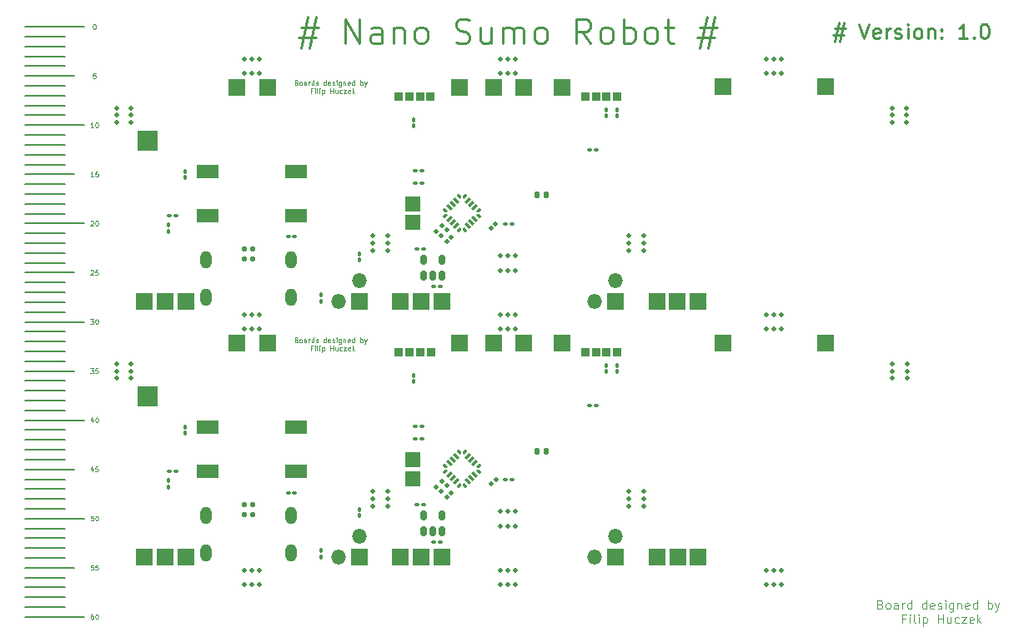
<source format=gbr>
%TF.GenerationSoftware,KiCad,Pcbnew,8.0.5*%
%TF.CreationDate,2024-11-09T23:01:36+01:00*%
%TF.ProjectId,NanoSumo_Mouse_Bites_Gerber_File,4e616e6f-5375-46d6-9f5f-4d6f7573655f,rev?*%
%TF.SameCoordinates,Original*%
%TF.FileFunction,Soldermask,Top*%
%TF.FilePolarity,Negative*%
%FSLAX46Y46*%
G04 Gerber Fmt 4.6, Leading zero omitted, Abs format (unit mm)*
G04 Created by KiCad (PCBNEW 8.0.5) date 2024-11-09 23:01:36*
%MOMM*%
%LPD*%
G01*
G04 APERTURE LIST*
G04 Aperture macros list*
%AMRoundRect*
0 Rectangle with rounded corners*
0 $1 Rounding radius*
0 $2 $3 $4 $5 $6 $7 $8 $9 X,Y pos of 4 corners*
0 Add a 4 corners polygon primitive as box body*
4,1,4,$2,$3,$4,$5,$6,$7,$8,$9,$2,$3,0*
0 Add four circle primitives for the rounded corners*
1,1,$1+$1,$2,$3*
1,1,$1+$1,$4,$5*
1,1,$1+$1,$6,$7*
1,1,$1+$1,$8,$9*
0 Add four rect primitives between the rounded corners*
20,1,$1+$1,$2,$3,$4,$5,0*
20,1,$1+$1,$4,$5,$6,$7,0*
20,1,$1+$1,$6,$7,$8,$9,0*
20,1,$1+$1,$8,$9,$2,$3,0*%
%AMRotRect*
0 Rectangle, with rotation*
0 The origin of the aperture is its center*
0 $1 length*
0 $2 width*
0 $3 Rotation angle, in degrees counterclockwise*
0 Add horizontal line*
21,1,$1,$2,0,0,$3*%
%AMFreePoly0*
4,1,6,0.325000,0.000000,0.325000,-0.150000,-0.175000,-0.150000,-0.175000,0.150000,0.175000,0.150000,0.325000,0.000000,0.325000,0.000000,$1*%
%AMFreePoly1*
4,1,6,0.325000,0.000000,0.175000,-0.150000,-0.175000,-0.150000,-0.175000,0.150000,0.325000,0.150000,0.325000,0.000000,0.325000,0.000000,$1*%
%AMFreePoly2*
4,1,6,0.150000,-0.175000,-0.150000,-0.175000,-0.150000,0.175000,0.000000,0.325000,0.150000,0.325000,0.150000,-0.175000,0.150000,-0.175000,$1*%
%AMFreePoly3*
4,1,6,0.150000,0.175000,0.150000,-0.175000,-0.150000,-0.175000,-0.150000,0.325000,0.000000,0.325000,0.150000,0.175000,0.150000,0.175000,$1*%
%AMFreePoly4*
4,1,6,0.175000,-0.150000,-0.175000,-0.150000,-0.325000,0.000000,-0.325000,0.150000,0.175000,0.150000,0.175000,-0.150000,0.175000,-0.150000,$1*%
%AMFreePoly5*
4,1,7,0.175000,-0.150000,-0.175000,-0.150000,-0.325000,-0.150000,-0.325000,0.000000,-0.175000,0.150000,0.175000,0.150000,0.175000,-0.150000,0.175000,-0.150000,$1*%
%AMFreePoly6*
4,1,6,0.150000,-0.175000,0.000000,-0.325000,-0.150000,-0.325000,-0.150000,0.175000,0.150000,0.175000,0.150000,-0.175000,0.150000,-0.175000,$1*%
%AMFreePoly7*
4,1,6,0.150000,-0.325000,0.000000,-0.325000,-0.150000,-0.175000,-0.150000,0.175000,0.150000,0.175000,0.150000,-0.325000,0.150000,-0.325000,$1*%
G04 Aperture macros list end*
%ADD10C,0.120000*%
%ADD11C,0.200000*%
%ADD12C,0.220000*%
%ADD13RoundRect,0.100000X-0.100000X0.130000X-0.100000X-0.130000X0.100000X-0.130000X0.100000X0.130000X0*%
%ADD14C,0.500000*%
%ADD15RoundRect,0.175000X0.175000X0.325000X-0.175000X0.325000X-0.175000X-0.325000X0.175000X-0.325000X0*%
%ADD16O,1.500000X1.500000*%
%ADD17RoundRect,0.100000X0.100000X-0.130000X0.100000X0.130000X-0.100000X0.130000X-0.100000X-0.130000X0*%
%ADD18FreePoly0,45.000000*%
%ADD19RotRect,0.700000X0.300000X45.000000*%
%ADD20FreePoly1,45.000000*%
%ADD21FreePoly2,45.000000*%
%ADD22RotRect,0.300000X0.700000X45.000000*%
%ADD23FreePoly3,45.000000*%
%ADD24FreePoly4,45.000000*%
%ADD25FreePoly5,45.000000*%
%ADD26FreePoly6,45.000000*%
%ADD27FreePoly7,45.000000*%
%ADD28R,1.700000X1.700000*%
%ADD29RoundRect,0.100000X0.130000X0.100000X-0.130000X0.100000X-0.130000X-0.100000X0.130000X-0.100000X0*%
%ADD30RoundRect,0.100000X-0.130000X-0.100000X0.130000X-0.100000X0.130000X0.100000X-0.130000X0.100000X0*%
%ADD31RoundRect,0.117475X0.153035X-0.117475X0.153035X0.117475X-0.153035X0.117475X-0.153035X-0.117475X0*%
%ADD32R,1.500000X1.500000*%
%ADD33RoundRect,0.140000X-0.140000X-0.170000X0.140000X-0.170000X0.140000X0.170000X-0.140000X0.170000X0*%
%ADD34RoundRect,0.100000X0.021213X0.162635X-0.162635X-0.021213X-0.021213X-0.162635X0.162635X0.021213X0*%
%ADD35R,2.000000X2.000000*%
%ADD36RoundRect,0.102000X0.362500X-0.350000X0.362500X0.350000X-0.362500X0.350000X-0.362500X-0.350000X0*%
%ADD37RoundRect,0.100000X0.162635X-0.021213X-0.021213X0.162635X-0.162635X0.021213X0.021213X-0.162635X0*%
%ADD38R,2.300000X1.400000*%
%ADD39O,1.200000X1.800000*%
G04 APERTURE END LIST*
D10*
X124627144Y-67124678D02*
X124698572Y-67148488D01*
X124698572Y-67148488D02*
X124722382Y-67172297D01*
X124722382Y-67172297D02*
X124746191Y-67219916D01*
X124746191Y-67219916D02*
X124746191Y-67291345D01*
X124746191Y-67291345D02*
X124722382Y-67338964D01*
X124722382Y-67338964D02*
X124698572Y-67362774D01*
X124698572Y-67362774D02*
X124650953Y-67386583D01*
X124650953Y-67386583D02*
X124460477Y-67386583D01*
X124460477Y-67386583D02*
X124460477Y-66886583D01*
X124460477Y-66886583D02*
X124627144Y-66886583D01*
X124627144Y-66886583D02*
X124674763Y-66910393D01*
X124674763Y-66910393D02*
X124698572Y-66934202D01*
X124698572Y-66934202D02*
X124722382Y-66981821D01*
X124722382Y-66981821D02*
X124722382Y-67029440D01*
X124722382Y-67029440D02*
X124698572Y-67077059D01*
X124698572Y-67077059D02*
X124674763Y-67100869D01*
X124674763Y-67100869D02*
X124627144Y-67124678D01*
X124627144Y-67124678D02*
X124460477Y-67124678D01*
X125031906Y-67386583D02*
X124984287Y-67362774D01*
X124984287Y-67362774D02*
X124960477Y-67338964D01*
X124960477Y-67338964D02*
X124936668Y-67291345D01*
X124936668Y-67291345D02*
X124936668Y-67148488D01*
X124936668Y-67148488D02*
X124960477Y-67100869D01*
X124960477Y-67100869D02*
X124984287Y-67077059D01*
X124984287Y-67077059D02*
X125031906Y-67053250D01*
X125031906Y-67053250D02*
X125103334Y-67053250D01*
X125103334Y-67053250D02*
X125150953Y-67077059D01*
X125150953Y-67077059D02*
X125174763Y-67100869D01*
X125174763Y-67100869D02*
X125198572Y-67148488D01*
X125198572Y-67148488D02*
X125198572Y-67291345D01*
X125198572Y-67291345D02*
X125174763Y-67338964D01*
X125174763Y-67338964D02*
X125150953Y-67362774D01*
X125150953Y-67362774D02*
X125103334Y-67386583D01*
X125103334Y-67386583D02*
X125031906Y-67386583D01*
X125627144Y-67386583D02*
X125627144Y-67124678D01*
X125627144Y-67124678D02*
X125603334Y-67077059D01*
X125603334Y-67077059D02*
X125555715Y-67053250D01*
X125555715Y-67053250D02*
X125460477Y-67053250D01*
X125460477Y-67053250D02*
X125412858Y-67077059D01*
X125627144Y-67362774D02*
X125579525Y-67386583D01*
X125579525Y-67386583D02*
X125460477Y-67386583D01*
X125460477Y-67386583D02*
X125412858Y-67362774D01*
X125412858Y-67362774D02*
X125389049Y-67315154D01*
X125389049Y-67315154D02*
X125389049Y-67267535D01*
X125389049Y-67267535D02*
X125412858Y-67219916D01*
X125412858Y-67219916D02*
X125460477Y-67196107D01*
X125460477Y-67196107D02*
X125579525Y-67196107D01*
X125579525Y-67196107D02*
X125627144Y-67172297D01*
X125865239Y-67386583D02*
X125865239Y-67053250D01*
X125865239Y-67148488D02*
X125889049Y-67100869D01*
X125889049Y-67100869D02*
X125912858Y-67077059D01*
X125912858Y-67077059D02*
X125960477Y-67053250D01*
X125960477Y-67053250D02*
X126008096Y-67053250D01*
X126389049Y-67386583D02*
X126389049Y-66886583D01*
X126389049Y-67362774D02*
X126341430Y-67386583D01*
X126341430Y-67386583D02*
X126246192Y-67386583D01*
X126246192Y-67386583D02*
X126198573Y-67362774D01*
X126198573Y-67362774D02*
X126174763Y-67338964D01*
X126174763Y-67338964D02*
X126150954Y-67291345D01*
X126150954Y-67291345D02*
X126150954Y-67148488D01*
X126150954Y-67148488D02*
X126174763Y-67100869D01*
X126174763Y-67100869D02*
X126198573Y-67077059D01*
X126198573Y-67077059D02*
X126246192Y-67053250D01*
X126246192Y-67053250D02*
X126341430Y-67053250D01*
X126341430Y-67053250D02*
X126389049Y-67077059D01*
X126603335Y-67362774D02*
X126650954Y-67386583D01*
X126650954Y-67386583D02*
X126746192Y-67386583D01*
X126746192Y-67386583D02*
X126793811Y-67362774D01*
X126793811Y-67362774D02*
X126817620Y-67315154D01*
X126817620Y-67315154D02*
X126817620Y-67291345D01*
X126817620Y-67291345D02*
X126793811Y-67243726D01*
X126793811Y-67243726D02*
X126746192Y-67219916D01*
X126746192Y-67219916D02*
X126674763Y-67219916D01*
X126674763Y-67219916D02*
X126627144Y-67196107D01*
X126627144Y-67196107D02*
X126603335Y-67148488D01*
X126603335Y-67148488D02*
X126603335Y-67124678D01*
X126603335Y-67124678D02*
X126627144Y-67077059D01*
X126627144Y-67077059D02*
X126674763Y-67053250D01*
X126674763Y-67053250D02*
X126746192Y-67053250D01*
X126746192Y-67053250D02*
X126793811Y-67077059D01*
X127627144Y-67386583D02*
X127627144Y-66886583D01*
X127627144Y-67362774D02*
X127579525Y-67386583D01*
X127579525Y-67386583D02*
X127484287Y-67386583D01*
X127484287Y-67386583D02*
X127436668Y-67362774D01*
X127436668Y-67362774D02*
X127412858Y-67338964D01*
X127412858Y-67338964D02*
X127389049Y-67291345D01*
X127389049Y-67291345D02*
X127389049Y-67148488D01*
X127389049Y-67148488D02*
X127412858Y-67100869D01*
X127412858Y-67100869D02*
X127436668Y-67077059D01*
X127436668Y-67077059D02*
X127484287Y-67053250D01*
X127484287Y-67053250D02*
X127579525Y-67053250D01*
X127579525Y-67053250D02*
X127627144Y-67077059D01*
X128055715Y-67362774D02*
X128008096Y-67386583D01*
X128008096Y-67386583D02*
X127912858Y-67386583D01*
X127912858Y-67386583D02*
X127865239Y-67362774D01*
X127865239Y-67362774D02*
X127841430Y-67315154D01*
X127841430Y-67315154D02*
X127841430Y-67124678D01*
X127841430Y-67124678D02*
X127865239Y-67077059D01*
X127865239Y-67077059D02*
X127912858Y-67053250D01*
X127912858Y-67053250D02*
X128008096Y-67053250D01*
X128008096Y-67053250D02*
X128055715Y-67077059D01*
X128055715Y-67077059D02*
X128079525Y-67124678D01*
X128079525Y-67124678D02*
X128079525Y-67172297D01*
X128079525Y-67172297D02*
X127841430Y-67219916D01*
X128270001Y-67362774D02*
X128317620Y-67386583D01*
X128317620Y-67386583D02*
X128412858Y-67386583D01*
X128412858Y-67386583D02*
X128460477Y-67362774D01*
X128460477Y-67362774D02*
X128484286Y-67315154D01*
X128484286Y-67315154D02*
X128484286Y-67291345D01*
X128484286Y-67291345D02*
X128460477Y-67243726D01*
X128460477Y-67243726D02*
X128412858Y-67219916D01*
X128412858Y-67219916D02*
X128341429Y-67219916D01*
X128341429Y-67219916D02*
X128293810Y-67196107D01*
X128293810Y-67196107D02*
X128270001Y-67148488D01*
X128270001Y-67148488D02*
X128270001Y-67124678D01*
X128270001Y-67124678D02*
X128293810Y-67077059D01*
X128293810Y-67077059D02*
X128341429Y-67053250D01*
X128341429Y-67053250D02*
X128412858Y-67053250D01*
X128412858Y-67053250D02*
X128460477Y-67077059D01*
X128698572Y-67386583D02*
X128698572Y-67053250D01*
X128698572Y-66886583D02*
X128674763Y-66910393D01*
X128674763Y-66910393D02*
X128698572Y-66934202D01*
X128698572Y-66934202D02*
X128722382Y-66910393D01*
X128722382Y-66910393D02*
X128698572Y-66886583D01*
X128698572Y-66886583D02*
X128698572Y-66934202D01*
X129150953Y-67053250D02*
X129150953Y-67458012D01*
X129150953Y-67458012D02*
X129127143Y-67505631D01*
X129127143Y-67505631D02*
X129103334Y-67529440D01*
X129103334Y-67529440D02*
X129055715Y-67553250D01*
X129055715Y-67553250D02*
X128984286Y-67553250D01*
X128984286Y-67553250D02*
X128936667Y-67529440D01*
X129150953Y-67362774D02*
X129103334Y-67386583D01*
X129103334Y-67386583D02*
X129008096Y-67386583D01*
X129008096Y-67386583D02*
X128960477Y-67362774D01*
X128960477Y-67362774D02*
X128936667Y-67338964D01*
X128936667Y-67338964D02*
X128912858Y-67291345D01*
X128912858Y-67291345D02*
X128912858Y-67148488D01*
X128912858Y-67148488D02*
X128936667Y-67100869D01*
X128936667Y-67100869D02*
X128960477Y-67077059D01*
X128960477Y-67077059D02*
X129008096Y-67053250D01*
X129008096Y-67053250D02*
X129103334Y-67053250D01*
X129103334Y-67053250D02*
X129150953Y-67077059D01*
X129389048Y-67053250D02*
X129389048Y-67386583D01*
X129389048Y-67100869D02*
X129412858Y-67077059D01*
X129412858Y-67077059D02*
X129460477Y-67053250D01*
X129460477Y-67053250D02*
X129531905Y-67053250D01*
X129531905Y-67053250D02*
X129579524Y-67077059D01*
X129579524Y-67077059D02*
X129603334Y-67124678D01*
X129603334Y-67124678D02*
X129603334Y-67386583D01*
X130031905Y-67362774D02*
X129984286Y-67386583D01*
X129984286Y-67386583D02*
X129889048Y-67386583D01*
X129889048Y-67386583D02*
X129841429Y-67362774D01*
X129841429Y-67362774D02*
X129817620Y-67315154D01*
X129817620Y-67315154D02*
X129817620Y-67124678D01*
X129817620Y-67124678D02*
X129841429Y-67077059D01*
X129841429Y-67077059D02*
X129889048Y-67053250D01*
X129889048Y-67053250D02*
X129984286Y-67053250D01*
X129984286Y-67053250D02*
X130031905Y-67077059D01*
X130031905Y-67077059D02*
X130055715Y-67124678D01*
X130055715Y-67124678D02*
X130055715Y-67172297D01*
X130055715Y-67172297D02*
X129817620Y-67219916D01*
X130484286Y-67386583D02*
X130484286Y-66886583D01*
X130484286Y-67362774D02*
X130436667Y-67386583D01*
X130436667Y-67386583D02*
X130341429Y-67386583D01*
X130341429Y-67386583D02*
X130293810Y-67362774D01*
X130293810Y-67362774D02*
X130270000Y-67338964D01*
X130270000Y-67338964D02*
X130246191Y-67291345D01*
X130246191Y-67291345D02*
X130246191Y-67148488D01*
X130246191Y-67148488D02*
X130270000Y-67100869D01*
X130270000Y-67100869D02*
X130293810Y-67077059D01*
X130293810Y-67077059D02*
X130341429Y-67053250D01*
X130341429Y-67053250D02*
X130436667Y-67053250D01*
X130436667Y-67053250D02*
X130484286Y-67077059D01*
X131103333Y-67386583D02*
X131103333Y-66886583D01*
X131103333Y-67077059D02*
X131150952Y-67053250D01*
X131150952Y-67053250D02*
X131246190Y-67053250D01*
X131246190Y-67053250D02*
X131293809Y-67077059D01*
X131293809Y-67077059D02*
X131317619Y-67100869D01*
X131317619Y-67100869D02*
X131341428Y-67148488D01*
X131341428Y-67148488D02*
X131341428Y-67291345D01*
X131341428Y-67291345D02*
X131317619Y-67338964D01*
X131317619Y-67338964D02*
X131293809Y-67362774D01*
X131293809Y-67362774D02*
X131246190Y-67386583D01*
X131246190Y-67386583D02*
X131150952Y-67386583D01*
X131150952Y-67386583D02*
X131103333Y-67362774D01*
X131508095Y-67053250D02*
X131627143Y-67386583D01*
X131746190Y-67053250D02*
X131627143Y-67386583D01*
X131627143Y-67386583D02*
X131579524Y-67505631D01*
X131579524Y-67505631D02*
X131555714Y-67529440D01*
X131555714Y-67529440D02*
X131508095Y-67553250D01*
X126234286Y-67929650D02*
X126067619Y-67929650D01*
X126067619Y-68191555D02*
X126067619Y-67691555D01*
X126067619Y-67691555D02*
X126305714Y-67691555D01*
X126496190Y-68191555D02*
X126496190Y-67858222D01*
X126496190Y-67691555D02*
X126472381Y-67715365D01*
X126472381Y-67715365D02*
X126496190Y-67739174D01*
X126496190Y-67739174D02*
X126520000Y-67715365D01*
X126520000Y-67715365D02*
X126496190Y-67691555D01*
X126496190Y-67691555D02*
X126496190Y-67739174D01*
X126805714Y-68191555D02*
X126758095Y-68167746D01*
X126758095Y-68167746D02*
X126734285Y-68120126D01*
X126734285Y-68120126D02*
X126734285Y-67691555D01*
X126996190Y-68191555D02*
X126996190Y-67858222D01*
X126996190Y-67691555D02*
X126972381Y-67715365D01*
X126972381Y-67715365D02*
X126996190Y-67739174D01*
X126996190Y-67739174D02*
X127020000Y-67715365D01*
X127020000Y-67715365D02*
X126996190Y-67691555D01*
X126996190Y-67691555D02*
X126996190Y-67739174D01*
X127234285Y-67858222D02*
X127234285Y-68358222D01*
X127234285Y-67882031D02*
X127281904Y-67858222D01*
X127281904Y-67858222D02*
X127377142Y-67858222D01*
X127377142Y-67858222D02*
X127424761Y-67882031D01*
X127424761Y-67882031D02*
X127448571Y-67905841D01*
X127448571Y-67905841D02*
X127472380Y-67953460D01*
X127472380Y-67953460D02*
X127472380Y-68096317D01*
X127472380Y-68096317D02*
X127448571Y-68143936D01*
X127448571Y-68143936D02*
X127424761Y-68167746D01*
X127424761Y-68167746D02*
X127377142Y-68191555D01*
X127377142Y-68191555D02*
X127281904Y-68191555D01*
X127281904Y-68191555D02*
X127234285Y-68167746D01*
X128067618Y-68191555D02*
X128067618Y-67691555D01*
X128067618Y-67929650D02*
X128353332Y-67929650D01*
X128353332Y-68191555D02*
X128353332Y-67691555D01*
X128805714Y-67858222D02*
X128805714Y-68191555D01*
X128591428Y-67858222D02*
X128591428Y-68120126D01*
X128591428Y-68120126D02*
X128615238Y-68167746D01*
X128615238Y-68167746D02*
X128662857Y-68191555D01*
X128662857Y-68191555D02*
X128734285Y-68191555D01*
X128734285Y-68191555D02*
X128781904Y-68167746D01*
X128781904Y-68167746D02*
X128805714Y-68143936D01*
X129258095Y-68167746D02*
X129210476Y-68191555D01*
X129210476Y-68191555D02*
X129115238Y-68191555D01*
X129115238Y-68191555D02*
X129067619Y-68167746D01*
X129067619Y-68167746D02*
X129043809Y-68143936D01*
X129043809Y-68143936D02*
X129020000Y-68096317D01*
X129020000Y-68096317D02*
X129020000Y-67953460D01*
X129020000Y-67953460D02*
X129043809Y-67905841D01*
X129043809Y-67905841D02*
X129067619Y-67882031D01*
X129067619Y-67882031D02*
X129115238Y-67858222D01*
X129115238Y-67858222D02*
X129210476Y-67858222D01*
X129210476Y-67858222D02*
X129258095Y-67882031D01*
X129424761Y-67858222D02*
X129686666Y-67858222D01*
X129686666Y-67858222D02*
X129424761Y-68191555D01*
X129424761Y-68191555D02*
X129686666Y-68191555D01*
X130067618Y-68167746D02*
X130019999Y-68191555D01*
X130019999Y-68191555D02*
X129924761Y-68191555D01*
X129924761Y-68191555D02*
X129877142Y-68167746D01*
X129877142Y-68167746D02*
X129853333Y-68120126D01*
X129853333Y-68120126D02*
X129853333Y-67929650D01*
X129853333Y-67929650D02*
X129877142Y-67882031D01*
X129877142Y-67882031D02*
X129924761Y-67858222D01*
X129924761Y-67858222D02*
X130019999Y-67858222D01*
X130019999Y-67858222D02*
X130067618Y-67882031D01*
X130067618Y-67882031D02*
X130091428Y-67929650D01*
X130091428Y-67929650D02*
X130091428Y-67977269D01*
X130091428Y-67977269D02*
X129853333Y-68024888D01*
X130305713Y-68191555D02*
X130305713Y-67691555D01*
X130353332Y-68001079D02*
X130496189Y-68191555D01*
X130496189Y-67858222D02*
X130305713Y-68048698D01*
X124627144Y-93286678D02*
X124698572Y-93310488D01*
X124698572Y-93310488D02*
X124722382Y-93334297D01*
X124722382Y-93334297D02*
X124746191Y-93381916D01*
X124746191Y-93381916D02*
X124746191Y-93453345D01*
X124746191Y-93453345D02*
X124722382Y-93500964D01*
X124722382Y-93500964D02*
X124698572Y-93524774D01*
X124698572Y-93524774D02*
X124650953Y-93548583D01*
X124650953Y-93548583D02*
X124460477Y-93548583D01*
X124460477Y-93548583D02*
X124460477Y-93048583D01*
X124460477Y-93048583D02*
X124627144Y-93048583D01*
X124627144Y-93048583D02*
X124674763Y-93072393D01*
X124674763Y-93072393D02*
X124698572Y-93096202D01*
X124698572Y-93096202D02*
X124722382Y-93143821D01*
X124722382Y-93143821D02*
X124722382Y-93191440D01*
X124722382Y-93191440D02*
X124698572Y-93239059D01*
X124698572Y-93239059D02*
X124674763Y-93262869D01*
X124674763Y-93262869D02*
X124627144Y-93286678D01*
X124627144Y-93286678D02*
X124460477Y-93286678D01*
X125031906Y-93548583D02*
X124984287Y-93524774D01*
X124984287Y-93524774D02*
X124960477Y-93500964D01*
X124960477Y-93500964D02*
X124936668Y-93453345D01*
X124936668Y-93453345D02*
X124936668Y-93310488D01*
X124936668Y-93310488D02*
X124960477Y-93262869D01*
X124960477Y-93262869D02*
X124984287Y-93239059D01*
X124984287Y-93239059D02*
X125031906Y-93215250D01*
X125031906Y-93215250D02*
X125103334Y-93215250D01*
X125103334Y-93215250D02*
X125150953Y-93239059D01*
X125150953Y-93239059D02*
X125174763Y-93262869D01*
X125174763Y-93262869D02*
X125198572Y-93310488D01*
X125198572Y-93310488D02*
X125198572Y-93453345D01*
X125198572Y-93453345D02*
X125174763Y-93500964D01*
X125174763Y-93500964D02*
X125150953Y-93524774D01*
X125150953Y-93524774D02*
X125103334Y-93548583D01*
X125103334Y-93548583D02*
X125031906Y-93548583D01*
X125627144Y-93548583D02*
X125627144Y-93286678D01*
X125627144Y-93286678D02*
X125603334Y-93239059D01*
X125603334Y-93239059D02*
X125555715Y-93215250D01*
X125555715Y-93215250D02*
X125460477Y-93215250D01*
X125460477Y-93215250D02*
X125412858Y-93239059D01*
X125627144Y-93524774D02*
X125579525Y-93548583D01*
X125579525Y-93548583D02*
X125460477Y-93548583D01*
X125460477Y-93548583D02*
X125412858Y-93524774D01*
X125412858Y-93524774D02*
X125389049Y-93477154D01*
X125389049Y-93477154D02*
X125389049Y-93429535D01*
X125389049Y-93429535D02*
X125412858Y-93381916D01*
X125412858Y-93381916D02*
X125460477Y-93358107D01*
X125460477Y-93358107D02*
X125579525Y-93358107D01*
X125579525Y-93358107D02*
X125627144Y-93334297D01*
X125865239Y-93548583D02*
X125865239Y-93215250D01*
X125865239Y-93310488D02*
X125889049Y-93262869D01*
X125889049Y-93262869D02*
X125912858Y-93239059D01*
X125912858Y-93239059D02*
X125960477Y-93215250D01*
X125960477Y-93215250D02*
X126008096Y-93215250D01*
X126389049Y-93548583D02*
X126389049Y-93048583D01*
X126389049Y-93524774D02*
X126341430Y-93548583D01*
X126341430Y-93548583D02*
X126246192Y-93548583D01*
X126246192Y-93548583D02*
X126198573Y-93524774D01*
X126198573Y-93524774D02*
X126174763Y-93500964D01*
X126174763Y-93500964D02*
X126150954Y-93453345D01*
X126150954Y-93453345D02*
X126150954Y-93310488D01*
X126150954Y-93310488D02*
X126174763Y-93262869D01*
X126174763Y-93262869D02*
X126198573Y-93239059D01*
X126198573Y-93239059D02*
X126246192Y-93215250D01*
X126246192Y-93215250D02*
X126341430Y-93215250D01*
X126341430Y-93215250D02*
X126389049Y-93239059D01*
X126603335Y-93524774D02*
X126650954Y-93548583D01*
X126650954Y-93548583D02*
X126746192Y-93548583D01*
X126746192Y-93548583D02*
X126793811Y-93524774D01*
X126793811Y-93524774D02*
X126817620Y-93477154D01*
X126817620Y-93477154D02*
X126817620Y-93453345D01*
X126817620Y-93453345D02*
X126793811Y-93405726D01*
X126793811Y-93405726D02*
X126746192Y-93381916D01*
X126746192Y-93381916D02*
X126674763Y-93381916D01*
X126674763Y-93381916D02*
X126627144Y-93358107D01*
X126627144Y-93358107D02*
X126603335Y-93310488D01*
X126603335Y-93310488D02*
X126603335Y-93286678D01*
X126603335Y-93286678D02*
X126627144Y-93239059D01*
X126627144Y-93239059D02*
X126674763Y-93215250D01*
X126674763Y-93215250D02*
X126746192Y-93215250D01*
X126746192Y-93215250D02*
X126793811Y-93239059D01*
X127627144Y-93548583D02*
X127627144Y-93048583D01*
X127627144Y-93524774D02*
X127579525Y-93548583D01*
X127579525Y-93548583D02*
X127484287Y-93548583D01*
X127484287Y-93548583D02*
X127436668Y-93524774D01*
X127436668Y-93524774D02*
X127412858Y-93500964D01*
X127412858Y-93500964D02*
X127389049Y-93453345D01*
X127389049Y-93453345D02*
X127389049Y-93310488D01*
X127389049Y-93310488D02*
X127412858Y-93262869D01*
X127412858Y-93262869D02*
X127436668Y-93239059D01*
X127436668Y-93239059D02*
X127484287Y-93215250D01*
X127484287Y-93215250D02*
X127579525Y-93215250D01*
X127579525Y-93215250D02*
X127627144Y-93239059D01*
X128055715Y-93524774D02*
X128008096Y-93548583D01*
X128008096Y-93548583D02*
X127912858Y-93548583D01*
X127912858Y-93548583D02*
X127865239Y-93524774D01*
X127865239Y-93524774D02*
X127841430Y-93477154D01*
X127841430Y-93477154D02*
X127841430Y-93286678D01*
X127841430Y-93286678D02*
X127865239Y-93239059D01*
X127865239Y-93239059D02*
X127912858Y-93215250D01*
X127912858Y-93215250D02*
X128008096Y-93215250D01*
X128008096Y-93215250D02*
X128055715Y-93239059D01*
X128055715Y-93239059D02*
X128079525Y-93286678D01*
X128079525Y-93286678D02*
X128079525Y-93334297D01*
X128079525Y-93334297D02*
X127841430Y-93381916D01*
X128270001Y-93524774D02*
X128317620Y-93548583D01*
X128317620Y-93548583D02*
X128412858Y-93548583D01*
X128412858Y-93548583D02*
X128460477Y-93524774D01*
X128460477Y-93524774D02*
X128484286Y-93477154D01*
X128484286Y-93477154D02*
X128484286Y-93453345D01*
X128484286Y-93453345D02*
X128460477Y-93405726D01*
X128460477Y-93405726D02*
X128412858Y-93381916D01*
X128412858Y-93381916D02*
X128341429Y-93381916D01*
X128341429Y-93381916D02*
X128293810Y-93358107D01*
X128293810Y-93358107D02*
X128270001Y-93310488D01*
X128270001Y-93310488D02*
X128270001Y-93286678D01*
X128270001Y-93286678D02*
X128293810Y-93239059D01*
X128293810Y-93239059D02*
X128341429Y-93215250D01*
X128341429Y-93215250D02*
X128412858Y-93215250D01*
X128412858Y-93215250D02*
X128460477Y-93239059D01*
X128698572Y-93548583D02*
X128698572Y-93215250D01*
X128698572Y-93048583D02*
X128674763Y-93072393D01*
X128674763Y-93072393D02*
X128698572Y-93096202D01*
X128698572Y-93096202D02*
X128722382Y-93072393D01*
X128722382Y-93072393D02*
X128698572Y-93048583D01*
X128698572Y-93048583D02*
X128698572Y-93096202D01*
X129150953Y-93215250D02*
X129150953Y-93620012D01*
X129150953Y-93620012D02*
X129127143Y-93667631D01*
X129127143Y-93667631D02*
X129103334Y-93691440D01*
X129103334Y-93691440D02*
X129055715Y-93715250D01*
X129055715Y-93715250D02*
X128984286Y-93715250D01*
X128984286Y-93715250D02*
X128936667Y-93691440D01*
X129150953Y-93524774D02*
X129103334Y-93548583D01*
X129103334Y-93548583D02*
X129008096Y-93548583D01*
X129008096Y-93548583D02*
X128960477Y-93524774D01*
X128960477Y-93524774D02*
X128936667Y-93500964D01*
X128936667Y-93500964D02*
X128912858Y-93453345D01*
X128912858Y-93453345D02*
X128912858Y-93310488D01*
X128912858Y-93310488D02*
X128936667Y-93262869D01*
X128936667Y-93262869D02*
X128960477Y-93239059D01*
X128960477Y-93239059D02*
X129008096Y-93215250D01*
X129008096Y-93215250D02*
X129103334Y-93215250D01*
X129103334Y-93215250D02*
X129150953Y-93239059D01*
X129389048Y-93215250D02*
X129389048Y-93548583D01*
X129389048Y-93262869D02*
X129412858Y-93239059D01*
X129412858Y-93239059D02*
X129460477Y-93215250D01*
X129460477Y-93215250D02*
X129531905Y-93215250D01*
X129531905Y-93215250D02*
X129579524Y-93239059D01*
X129579524Y-93239059D02*
X129603334Y-93286678D01*
X129603334Y-93286678D02*
X129603334Y-93548583D01*
X130031905Y-93524774D02*
X129984286Y-93548583D01*
X129984286Y-93548583D02*
X129889048Y-93548583D01*
X129889048Y-93548583D02*
X129841429Y-93524774D01*
X129841429Y-93524774D02*
X129817620Y-93477154D01*
X129817620Y-93477154D02*
X129817620Y-93286678D01*
X129817620Y-93286678D02*
X129841429Y-93239059D01*
X129841429Y-93239059D02*
X129889048Y-93215250D01*
X129889048Y-93215250D02*
X129984286Y-93215250D01*
X129984286Y-93215250D02*
X130031905Y-93239059D01*
X130031905Y-93239059D02*
X130055715Y-93286678D01*
X130055715Y-93286678D02*
X130055715Y-93334297D01*
X130055715Y-93334297D02*
X129817620Y-93381916D01*
X130484286Y-93548583D02*
X130484286Y-93048583D01*
X130484286Y-93524774D02*
X130436667Y-93548583D01*
X130436667Y-93548583D02*
X130341429Y-93548583D01*
X130341429Y-93548583D02*
X130293810Y-93524774D01*
X130293810Y-93524774D02*
X130270000Y-93500964D01*
X130270000Y-93500964D02*
X130246191Y-93453345D01*
X130246191Y-93453345D02*
X130246191Y-93310488D01*
X130246191Y-93310488D02*
X130270000Y-93262869D01*
X130270000Y-93262869D02*
X130293810Y-93239059D01*
X130293810Y-93239059D02*
X130341429Y-93215250D01*
X130341429Y-93215250D02*
X130436667Y-93215250D01*
X130436667Y-93215250D02*
X130484286Y-93239059D01*
X131103333Y-93548583D02*
X131103333Y-93048583D01*
X131103333Y-93239059D02*
X131150952Y-93215250D01*
X131150952Y-93215250D02*
X131246190Y-93215250D01*
X131246190Y-93215250D02*
X131293809Y-93239059D01*
X131293809Y-93239059D02*
X131317619Y-93262869D01*
X131317619Y-93262869D02*
X131341428Y-93310488D01*
X131341428Y-93310488D02*
X131341428Y-93453345D01*
X131341428Y-93453345D02*
X131317619Y-93500964D01*
X131317619Y-93500964D02*
X131293809Y-93524774D01*
X131293809Y-93524774D02*
X131246190Y-93548583D01*
X131246190Y-93548583D02*
X131150952Y-93548583D01*
X131150952Y-93548583D02*
X131103333Y-93524774D01*
X131508095Y-93215250D02*
X131627143Y-93548583D01*
X131746190Y-93215250D02*
X131627143Y-93548583D01*
X131627143Y-93548583D02*
X131579524Y-93667631D01*
X131579524Y-93667631D02*
X131555714Y-93691440D01*
X131555714Y-93691440D02*
X131508095Y-93715250D01*
X126234286Y-94091650D02*
X126067619Y-94091650D01*
X126067619Y-94353555D02*
X126067619Y-93853555D01*
X126067619Y-93853555D02*
X126305714Y-93853555D01*
X126496190Y-94353555D02*
X126496190Y-94020222D01*
X126496190Y-93853555D02*
X126472381Y-93877365D01*
X126472381Y-93877365D02*
X126496190Y-93901174D01*
X126496190Y-93901174D02*
X126520000Y-93877365D01*
X126520000Y-93877365D02*
X126496190Y-93853555D01*
X126496190Y-93853555D02*
X126496190Y-93901174D01*
X126805714Y-94353555D02*
X126758095Y-94329746D01*
X126758095Y-94329746D02*
X126734285Y-94282126D01*
X126734285Y-94282126D02*
X126734285Y-93853555D01*
X126996190Y-94353555D02*
X126996190Y-94020222D01*
X126996190Y-93853555D02*
X126972381Y-93877365D01*
X126972381Y-93877365D02*
X126996190Y-93901174D01*
X126996190Y-93901174D02*
X127020000Y-93877365D01*
X127020000Y-93877365D02*
X126996190Y-93853555D01*
X126996190Y-93853555D02*
X126996190Y-93901174D01*
X127234285Y-94020222D02*
X127234285Y-94520222D01*
X127234285Y-94044031D02*
X127281904Y-94020222D01*
X127281904Y-94020222D02*
X127377142Y-94020222D01*
X127377142Y-94020222D02*
X127424761Y-94044031D01*
X127424761Y-94044031D02*
X127448571Y-94067841D01*
X127448571Y-94067841D02*
X127472380Y-94115460D01*
X127472380Y-94115460D02*
X127472380Y-94258317D01*
X127472380Y-94258317D02*
X127448571Y-94305936D01*
X127448571Y-94305936D02*
X127424761Y-94329746D01*
X127424761Y-94329746D02*
X127377142Y-94353555D01*
X127377142Y-94353555D02*
X127281904Y-94353555D01*
X127281904Y-94353555D02*
X127234285Y-94329746D01*
X128067618Y-94353555D02*
X128067618Y-93853555D01*
X128067618Y-94091650D02*
X128353332Y-94091650D01*
X128353332Y-94353555D02*
X128353332Y-93853555D01*
X128805714Y-94020222D02*
X128805714Y-94353555D01*
X128591428Y-94020222D02*
X128591428Y-94282126D01*
X128591428Y-94282126D02*
X128615238Y-94329746D01*
X128615238Y-94329746D02*
X128662857Y-94353555D01*
X128662857Y-94353555D02*
X128734285Y-94353555D01*
X128734285Y-94353555D02*
X128781904Y-94329746D01*
X128781904Y-94329746D02*
X128805714Y-94305936D01*
X129258095Y-94329746D02*
X129210476Y-94353555D01*
X129210476Y-94353555D02*
X129115238Y-94353555D01*
X129115238Y-94353555D02*
X129067619Y-94329746D01*
X129067619Y-94329746D02*
X129043809Y-94305936D01*
X129043809Y-94305936D02*
X129020000Y-94258317D01*
X129020000Y-94258317D02*
X129020000Y-94115460D01*
X129020000Y-94115460D02*
X129043809Y-94067841D01*
X129043809Y-94067841D02*
X129067619Y-94044031D01*
X129067619Y-94044031D02*
X129115238Y-94020222D01*
X129115238Y-94020222D02*
X129210476Y-94020222D01*
X129210476Y-94020222D02*
X129258095Y-94044031D01*
X129424761Y-94020222D02*
X129686666Y-94020222D01*
X129686666Y-94020222D02*
X129424761Y-94353555D01*
X129424761Y-94353555D02*
X129686666Y-94353555D01*
X130067618Y-94329746D02*
X130019999Y-94353555D01*
X130019999Y-94353555D02*
X129924761Y-94353555D01*
X129924761Y-94353555D02*
X129877142Y-94329746D01*
X129877142Y-94329746D02*
X129853333Y-94282126D01*
X129853333Y-94282126D02*
X129853333Y-94091650D01*
X129853333Y-94091650D02*
X129877142Y-94044031D01*
X129877142Y-94044031D02*
X129924761Y-94020222D01*
X129924761Y-94020222D02*
X130019999Y-94020222D01*
X130019999Y-94020222D02*
X130067618Y-94044031D01*
X130067618Y-94044031D02*
X130091428Y-94091650D01*
X130091428Y-94091650D02*
X130091428Y-94139269D01*
X130091428Y-94139269D02*
X129853333Y-94186888D01*
X130305713Y-94353555D02*
X130305713Y-93853555D01*
X130353332Y-94163079D02*
X130496189Y-94353555D01*
X130496189Y-94020222D02*
X130305713Y-94210698D01*
D11*
X97104000Y-98444000D02*
X101104000Y-98444000D01*
X97104000Y-86444000D02*
X102104000Y-86444000D01*
X97104000Y-103444000D02*
X101104000Y-103444000D01*
X97104000Y-99444000D02*
X101104000Y-99444000D01*
X97104000Y-91444000D02*
X103104000Y-91444000D01*
X97104000Y-92444000D02*
X101104000Y-92444000D01*
X97104000Y-70444000D02*
X101104000Y-70444000D01*
X97104000Y-114444000D02*
X101104000Y-114444000D01*
X97104000Y-82444000D02*
X101104000Y-82444000D01*
X97104000Y-79444000D02*
X101104000Y-79444000D01*
X97104000Y-76444000D02*
X102104000Y-76444000D01*
X97104000Y-80444000D02*
X101104000Y-80444000D01*
X97104000Y-112444000D02*
X101104000Y-112444000D01*
X97104000Y-78444000D02*
X101104000Y-78444000D01*
X97104000Y-81444000D02*
X103104000Y-81444000D01*
X97104000Y-106444000D02*
X102104000Y-106444000D01*
X97104000Y-117444000D02*
X101104000Y-117444000D01*
X97104000Y-109444000D02*
X101104000Y-109444000D01*
X97104000Y-115444000D02*
X101104000Y-115444000D01*
X97104000Y-87444000D02*
X101104000Y-87444000D01*
X97104000Y-95444000D02*
X101104000Y-95444000D01*
X97104000Y-116444000D02*
X102104000Y-116444000D01*
X97104000Y-110444000D02*
X101104000Y-110444000D01*
X97104000Y-118444000D02*
X101104000Y-118444000D01*
X97104000Y-104444000D02*
X101104000Y-104444000D01*
X97104000Y-85444000D02*
X101104000Y-85444000D01*
X97104000Y-62444000D02*
X101104000Y-62444000D01*
X97104000Y-102444000D02*
X101104000Y-102444000D01*
X97104000Y-120444000D02*
X101104000Y-120444000D01*
X97104000Y-90444000D02*
X101104000Y-90444000D01*
X97104000Y-73444000D02*
X101104000Y-73444000D01*
X97104000Y-66444000D02*
X102104000Y-66444000D01*
X97104000Y-71444000D02*
X103104000Y-71444000D01*
X97104000Y-121444000D02*
X103104000Y-121444000D01*
X97104000Y-63444000D02*
X101104000Y-63444000D01*
X97104000Y-77444000D02*
X101104000Y-77444000D01*
X97104000Y-111444000D02*
X103104000Y-111444000D01*
X97104000Y-68444000D02*
X101104000Y-68444000D01*
X97104000Y-69444000D02*
X101104000Y-69444000D01*
X97104000Y-100444000D02*
X101104000Y-100444000D01*
X97104000Y-113444000D02*
X101104000Y-113444000D01*
X97104000Y-83444000D02*
X101104000Y-83444000D01*
X97104000Y-119444000D02*
X101104000Y-119444000D01*
X97104000Y-84444000D02*
X101104000Y-84444000D01*
X97104000Y-61444000D02*
X103104000Y-61444000D01*
X97104000Y-65444000D02*
X101104000Y-65444000D01*
X97104000Y-75444000D02*
X101104000Y-75444000D01*
X97104000Y-93444000D02*
X101104000Y-93444000D01*
X97104000Y-67444000D02*
X101104000Y-67444000D01*
X97104000Y-97444000D02*
X101104000Y-97444000D01*
X97104000Y-64444000D02*
X101104000Y-64444000D01*
X97104000Y-94444000D02*
X101104000Y-94444000D01*
X97104000Y-105444000D02*
X101104000Y-105444000D01*
X97104000Y-88444000D02*
X101104000Y-88444000D01*
X97104000Y-101444000D02*
X103104000Y-101444000D01*
X97104000Y-107444000D02*
X101104000Y-107444000D01*
X97104000Y-108444000D02*
X101104000Y-108444000D01*
X97104000Y-96444000D02*
X102104000Y-96444000D01*
X97104000Y-72444000D02*
X101104000Y-72444000D01*
X97104000Y-89444000D02*
X101104000Y-89444000D01*
X97104000Y-74444000D02*
X101104000Y-74444000D01*
D10*
X103723048Y-81216688D02*
X103746857Y-81192879D01*
X103746857Y-81192879D02*
X103794476Y-81169069D01*
X103794476Y-81169069D02*
X103913524Y-81169069D01*
X103913524Y-81169069D02*
X103961143Y-81192879D01*
X103961143Y-81192879D02*
X103984952Y-81216688D01*
X103984952Y-81216688D02*
X104008762Y-81264307D01*
X104008762Y-81264307D02*
X104008762Y-81311926D01*
X104008762Y-81311926D02*
X103984952Y-81383355D01*
X103984952Y-81383355D02*
X103699238Y-81669069D01*
X103699238Y-81669069D02*
X104008762Y-81669069D01*
X104318285Y-81169069D02*
X104365904Y-81169069D01*
X104365904Y-81169069D02*
X104413523Y-81192879D01*
X104413523Y-81192879D02*
X104437333Y-81216688D01*
X104437333Y-81216688D02*
X104461142Y-81264307D01*
X104461142Y-81264307D02*
X104484952Y-81359545D01*
X104484952Y-81359545D02*
X104484952Y-81478593D01*
X104484952Y-81478593D02*
X104461142Y-81573831D01*
X104461142Y-81573831D02*
X104437333Y-81621450D01*
X104437333Y-81621450D02*
X104413523Y-81645260D01*
X104413523Y-81645260D02*
X104365904Y-81669069D01*
X104365904Y-81669069D02*
X104318285Y-81669069D01*
X104318285Y-81669069D02*
X104270666Y-81645260D01*
X104270666Y-81645260D02*
X104246857Y-81621450D01*
X104246857Y-81621450D02*
X104223047Y-81573831D01*
X104223047Y-81573831D02*
X104199238Y-81478593D01*
X104199238Y-81478593D02*
X104199238Y-81359545D01*
X104199238Y-81359545D02*
X104223047Y-81264307D01*
X104223047Y-81264307D02*
X104246857Y-81216688D01*
X104246857Y-81216688D02*
X104270666Y-81192879D01*
X104270666Y-81192879D02*
X104318285Y-81169069D01*
X103984952Y-116169069D02*
X103746857Y-116169069D01*
X103746857Y-116169069D02*
X103723048Y-116407164D01*
X103723048Y-116407164D02*
X103746857Y-116383355D01*
X103746857Y-116383355D02*
X103794476Y-116359545D01*
X103794476Y-116359545D02*
X103913524Y-116359545D01*
X103913524Y-116359545D02*
X103961143Y-116383355D01*
X103961143Y-116383355D02*
X103984952Y-116407164D01*
X103984952Y-116407164D02*
X104008762Y-116454783D01*
X104008762Y-116454783D02*
X104008762Y-116573831D01*
X104008762Y-116573831D02*
X103984952Y-116621450D01*
X103984952Y-116621450D02*
X103961143Y-116645260D01*
X103961143Y-116645260D02*
X103913524Y-116669069D01*
X103913524Y-116669069D02*
X103794476Y-116669069D01*
X103794476Y-116669069D02*
X103746857Y-116645260D01*
X103746857Y-116645260D02*
X103723048Y-116621450D01*
X104461142Y-116169069D02*
X104223047Y-116169069D01*
X104223047Y-116169069D02*
X104199238Y-116407164D01*
X104199238Y-116407164D02*
X104223047Y-116383355D01*
X104223047Y-116383355D02*
X104270666Y-116359545D01*
X104270666Y-116359545D02*
X104389714Y-116359545D01*
X104389714Y-116359545D02*
X104437333Y-116383355D01*
X104437333Y-116383355D02*
X104461142Y-116407164D01*
X104461142Y-116407164D02*
X104484952Y-116454783D01*
X104484952Y-116454783D02*
X104484952Y-116573831D01*
X104484952Y-116573831D02*
X104461142Y-116621450D01*
X104461142Y-116621450D02*
X104437333Y-116645260D01*
X104437333Y-116645260D02*
X104389714Y-116669069D01*
X104389714Y-116669069D02*
X104270666Y-116669069D01*
X104270666Y-116669069D02*
X104223047Y-116645260D01*
X104223047Y-116645260D02*
X104199238Y-116621450D01*
X103723048Y-86216688D02*
X103746857Y-86192879D01*
X103746857Y-86192879D02*
X103794476Y-86169069D01*
X103794476Y-86169069D02*
X103913524Y-86169069D01*
X103913524Y-86169069D02*
X103961143Y-86192879D01*
X103961143Y-86192879D02*
X103984952Y-86216688D01*
X103984952Y-86216688D02*
X104008762Y-86264307D01*
X104008762Y-86264307D02*
X104008762Y-86311926D01*
X104008762Y-86311926D02*
X103984952Y-86383355D01*
X103984952Y-86383355D02*
X103699238Y-86669069D01*
X103699238Y-86669069D02*
X104008762Y-86669069D01*
X104461142Y-86169069D02*
X104223047Y-86169069D01*
X104223047Y-86169069D02*
X104199238Y-86407164D01*
X104199238Y-86407164D02*
X104223047Y-86383355D01*
X104223047Y-86383355D02*
X104270666Y-86359545D01*
X104270666Y-86359545D02*
X104389714Y-86359545D01*
X104389714Y-86359545D02*
X104437333Y-86383355D01*
X104437333Y-86383355D02*
X104461142Y-86407164D01*
X104461142Y-86407164D02*
X104484952Y-86454783D01*
X104484952Y-86454783D02*
X104484952Y-86573831D01*
X104484952Y-86573831D02*
X104461142Y-86621450D01*
X104461142Y-86621450D02*
X104437333Y-86645260D01*
X104437333Y-86645260D02*
X104389714Y-86669069D01*
X104389714Y-86669069D02*
X104270666Y-86669069D01*
X104270666Y-86669069D02*
X104223047Y-86645260D01*
X104223047Y-86645260D02*
X104199238Y-86621450D01*
X104223047Y-66169069D02*
X103984952Y-66169069D01*
X103984952Y-66169069D02*
X103961143Y-66407164D01*
X103961143Y-66407164D02*
X103984952Y-66383355D01*
X103984952Y-66383355D02*
X104032571Y-66359545D01*
X104032571Y-66359545D02*
X104151619Y-66359545D01*
X104151619Y-66359545D02*
X104199238Y-66383355D01*
X104199238Y-66383355D02*
X104223047Y-66407164D01*
X104223047Y-66407164D02*
X104246857Y-66454783D01*
X104246857Y-66454783D02*
X104246857Y-66573831D01*
X104246857Y-66573831D02*
X104223047Y-66621450D01*
X104223047Y-66621450D02*
X104199238Y-66645260D01*
X104199238Y-66645260D02*
X104151619Y-66669069D01*
X104151619Y-66669069D02*
X104032571Y-66669069D01*
X104032571Y-66669069D02*
X103984952Y-66645260D01*
X103984952Y-66645260D02*
X103961143Y-66621450D01*
X103961143Y-121169069D02*
X103865905Y-121169069D01*
X103865905Y-121169069D02*
X103818286Y-121192879D01*
X103818286Y-121192879D02*
X103794476Y-121216688D01*
X103794476Y-121216688D02*
X103746857Y-121288117D01*
X103746857Y-121288117D02*
X103723048Y-121383355D01*
X103723048Y-121383355D02*
X103723048Y-121573831D01*
X103723048Y-121573831D02*
X103746857Y-121621450D01*
X103746857Y-121621450D02*
X103770667Y-121645260D01*
X103770667Y-121645260D02*
X103818286Y-121669069D01*
X103818286Y-121669069D02*
X103913524Y-121669069D01*
X103913524Y-121669069D02*
X103961143Y-121645260D01*
X103961143Y-121645260D02*
X103984952Y-121621450D01*
X103984952Y-121621450D02*
X104008762Y-121573831D01*
X104008762Y-121573831D02*
X104008762Y-121454783D01*
X104008762Y-121454783D02*
X103984952Y-121407164D01*
X103984952Y-121407164D02*
X103961143Y-121383355D01*
X103961143Y-121383355D02*
X103913524Y-121359545D01*
X103913524Y-121359545D02*
X103818286Y-121359545D01*
X103818286Y-121359545D02*
X103770667Y-121383355D01*
X103770667Y-121383355D02*
X103746857Y-121407164D01*
X103746857Y-121407164D02*
X103723048Y-121454783D01*
X104318285Y-121169069D02*
X104365904Y-121169069D01*
X104365904Y-121169069D02*
X104413523Y-121192879D01*
X104413523Y-121192879D02*
X104437333Y-121216688D01*
X104437333Y-121216688D02*
X104461142Y-121264307D01*
X104461142Y-121264307D02*
X104484952Y-121359545D01*
X104484952Y-121359545D02*
X104484952Y-121478593D01*
X104484952Y-121478593D02*
X104461142Y-121573831D01*
X104461142Y-121573831D02*
X104437333Y-121621450D01*
X104437333Y-121621450D02*
X104413523Y-121645260D01*
X104413523Y-121645260D02*
X104365904Y-121669069D01*
X104365904Y-121669069D02*
X104318285Y-121669069D01*
X104318285Y-121669069D02*
X104270666Y-121645260D01*
X104270666Y-121645260D02*
X104246857Y-121621450D01*
X104246857Y-121621450D02*
X104223047Y-121573831D01*
X104223047Y-121573831D02*
X104199238Y-121478593D01*
X104199238Y-121478593D02*
X104199238Y-121359545D01*
X104199238Y-121359545D02*
X104223047Y-121264307D01*
X104223047Y-121264307D02*
X104246857Y-121216688D01*
X104246857Y-121216688D02*
X104270666Y-121192879D01*
X104270666Y-121192879D02*
X104318285Y-121169069D01*
X103699238Y-96169069D02*
X104008762Y-96169069D01*
X104008762Y-96169069D02*
X103842095Y-96359545D01*
X103842095Y-96359545D02*
X103913524Y-96359545D01*
X103913524Y-96359545D02*
X103961143Y-96383355D01*
X103961143Y-96383355D02*
X103984952Y-96407164D01*
X103984952Y-96407164D02*
X104008762Y-96454783D01*
X104008762Y-96454783D02*
X104008762Y-96573831D01*
X104008762Y-96573831D02*
X103984952Y-96621450D01*
X103984952Y-96621450D02*
X103961143Y-96645260D01*
X103961143Y-96645260D02*
X103913524Y-96669069D01*
X103913524Y-96669069D02*
X103770667Y-96669069D01*
X103770667Y-96669069D02*
X103723048Y-96645260D01*
X103723048Y-96645260D02*
X103699238Y-96621450D01*
X104461142Y-96169069D02*
X104223047Y-96169069D01*
X104223047Y-96169069D02*
X104199238Y-96407164D01*
X104199238Y-96407164D02*
X104223047Y-96383355D01*
X104223047Y-96383355D02*
X104270666Y-96359545D01*
X104270666Y-96359545D02*
X104389714Y-96359545D01*
X104389714Y-96359545D02*
X104437333Y-96383355D01*
X104437333Y-96383355D02*
X104461142Y-96407164D01*
X104461142Y-96407164D02*
X104484952Y-96454783D01*
X104484952Y-96454783D02*
X104484952Y-96573831D01*
X104484952Y-96573831D02*
X104461142Y-96621450D01*
X104461142Y-96621450D02*
X104437333Y-96645260D01*
X104437333Y-96645260D02*
X104389714Y-96669069D01*
X104389714Y-96669069D02*
X104270666Y-96669069D01*
X104270666Y-96669069D02*
X104223047Y-96645260D01*
X104223047Y-96645260D02*
X104199238Y-96621450D01*
X103961143Y-106335736D02*
X103961143Y-106669069D01*
X103842095Y-106145260D02*
X103723048Y-106502402D01*
X103723048Y-106502402D02*
X104032571Y-106502402D01*
X104461142Y-106169069D02*
X104223047Y-106169069D01*
X104223047Y-106169069D02*
X104199238Y-106407164D01*
X104199238Y-106407164D02*
X104223047Y-106383355D01*
X104223047Y-106383355D02*
X104270666Y-106359545D01*
X104270666Y-106359545D02*
X104389714Y-106359545D01*
X104389714Y-106359545D02*
X104437333Y-106383355D01*
X104437333Y-106383355D02*
X104461142Y-106407164D01*
X104461142Y-106407164D02*
X104484952Y-106454783D01*
X104484952Y-106454783D02*
X104484952Y-106573831D01*
X104484952Y-106573831D02*
X104461142Y-106621450D01*
X104461142Y-106621450D02*
X104437333Y-106645260D01*
X104437333Y-106645260D02*
X104389714Y-106669069D01*
X104389714Y-106669069D02*
X104270666Y-106669069D01*
X104270666Y-106669069D02*
X104223047Y-106645260D01*
X104223047Y-106645260D02*
X104199238Y-106621450D01*
X183911142Y-120161213D02*
X184039714Y-120204070D01*
X184039714Y-120204070D02*
X184082571Y-120246927D01*
X184082571Y-120246927D02*
X184125428Y-120332642D01*
X184125428Y-120332642D02*
X184125428Y-120461213D01*
X184125428Y-120461213D02*
X184082571Y-120546927D01*
X184082571Y-120546927D02*
X184039714Y-120589785D01*
X184039714Y-120589785D02*
X183953999Y-120632642D01*
X183953999Y-120632642D02*
X183611142Y-120632642D01*
X183611142Y-120632642D02*
X183611142Y-119732642D01*
X183611142Y-119732642D02*
X183911142Y-119732642D01*
X183911142Y-119732642D02*
X183996857Y-119775499D01*
X183996857Y-119775499D02*
X184039714Y-119818356D01*
X184039714Y-119818356D02*
X184082571Y-119904070D01*
X184082571Y-119904070D02*
X184082571Y-119989785D01*
X184082571Y-119989785D02*
X184039714Y-120075499D01*
X184039714Y-120075499D02*
X183996857Y-120118356D01*
X183996857Y-120118356D02*
X183911142Y-120161213D01*
X183911142Y-120161213D02*
X183611142Y-120161213D01*
X184639714Y-120632642D02*
X184553999Y-120589785D01*
X184553999Y-120589785D02*
X184511142Y-120546927D01*
X184511142Y-120546927D02*
X184468285Y-120461213D01*
X184468285Y-120461213D02*
X184468285Y-120204070D01*
X184468285Y-120204070D02*
X184511142Y-120118356D01*
X184511142Y-120118356D02*
X184553999Y-120075499D01*
X184553999Y-120075499D02*
X184639714Y-120032642D01*
X184639714Y-120032642D02*
X184768285Y-120032642D01*
X184768285Y-120032642D02*
X184853999Y-120075499D01*
X184853999Y-120075499D02*
X184896857Y-120118356D01*
X184896857Y-120118356D02*
X184939714Y-120204070D01*
X184939714Y-120204070D02*
X184939714Y-120461213D01*
X184939714Y-120461213D02*
X184896857Y-120546927D01*
X184896857Y-120546927D02*
X184853999Y-120589785D01*
X184853999Y-120589785D02*
X184768285Y-120632642D01*
X184768285Y-120632642D02*
X184639714Y-120632642D01*
X185711143Y-120632642D02*
X185711143Y-120161213D01*
X185711143Y-120161213D02*
X185668285Y-120075499D01*
X185668285Y-120075499D02*
X185582571Y-120032642D01*
X185582571Y-120032642D02*
X185411143Y-120032642D01*
X185411143Y-120032642D02*
X185325428Y-120075499D01*
X185711143Y-120589785D02*
X185625428Y-120632642D01*
X185625428Y-120632642D02*
X185411143Y-120632642D01*
X185411143Y-120632642D02*
X185325428Y-120589785D01*
X185325428Y-120589785D02*
X185282571Y-120504070D01*
X185282571Y-120504070D02*
X185282571Y-120418356D01*
X185282571Y-120418356D02*
X185325428Y-120332642D01*
X185325428Y-120332642D02*
X185411143Y-120289785D01*
X185411143Y-120289785D02*
X185625428Y-120289785D01*
X185625428Y-120289785D02*
X185711143Y-120246927D01*
X186139714Y-120632642D02*
X186139714Y-120032642D01*
X186139714Y-120204070D02*
X186182571Y-120118356D01*
X186182571Y-120118356D02*
X186225429Y-120075499D01*
X186225429Y-120075499D02*
X186311143Y-120032642D01*
X186311143Y-120032642D02*
X186396857Y-120032642D01*
X187082572Y-120632642D02*
X187082572Y-119732642D01*
X187082572Y-120589785D02*
X186996857Y-120632642D01*
X186996857Y-120632642D02*
X186825429Y-120632642D01*
X186825429Y-120632642D02*
X186739714Y-120589785D01*
X186739714Y-120589785D02*
X186696857Y-120546927D01*
X186696857Y-120546927D02*
X186654000Y-120461213D01*
X186654000Y-120461213D02*
X186654000Y-120204070D01*
X186654000Y-120204070D02*
X186696857Y-120118356D01*
X186696857Y-120118356D02*
X186739714Y-120075499D01*
X186739714Y-120075499D02*
X186825429Y-120032642D01*
X186825429Y-120032642D02*
X186996857Y-120032642D01*
X186996857Y-120032642D02*
X187082572Y-120075499D01*
X188582572Y-120632642D02*
X188582572Y-119732642D01*
X188582572Y-120589785D02*
X188496857Y-120632642D01*
X188496857Y-120632642D02*
X188325429Y-120632642D01*
X188325429Y-120632642D02*
X188239714Y-120589785D01*
X188239714Y-120589785D02*
X188196857Y-120546927D01*
X188196857Y-120546927D02*
X188154000Y-120461213D01*
X188154000Y-120461213D02*
X188154000Y-120204070D01*
X188154000Y-120204070D02*
X188196857Y-120118356D01*
X188196857Y-120118356D02*
X188239714Y-120075499D01*
X188239714Y-120075499D02*
X188325429Y-120032642D01*
X188325429Y-120032642D02*
X188496857Y-120032642D01*
X188496857Y-120032642D02*
X188582572Y-120075499D01*
X189354000Y-120589785D02*
X189268286Y-120632642D01*
X189268286Y-120632642D02*
X189096858Y-120632642D01*
X189096858Y-120632642D02*
X189011143Y-120589785D01*
X189011143Y-120589785D02*
X188968286Y-120504070D01*
X188968286Y-120504070D02*
X188968286Y-120161213D01*
X188968286Y-120161213D02*
X189011143Y-120075499D01*
X189011143Y-120075499D02*
X189096858Y-120032642D01*
X189096858Y-120032642D02*
X189268286Y-120032642D01*
X189268286Y-120032642D02*
X189354000Y-120075499D01*
X189354000Y-120075499D02*
X189396858Y-120161213D01*
X189396858Y-120161213D02*
X189396858Y-120246927D01*
X189396858Y-120246927D02*
X188968286Y-120332642D01*
X189739715Y-120589785D02*
X189825429Y-120632642D01*
X189825429Y-120632642D02*
X189996858Y-120632642D01*
X189996858Y-120632642D02*
X190082572Y-120589785D01*
X190082572Y-120589785D02*
X190125429Y-120504070D01*
X190125429Y-120504070D02*
X190125429Y-120461213D01*
X190125429Y-120461213D02*
X190082572Y-120375499D01*
X190082572Y-120375499D02*
X189996858Y-120332642D01*
X189996858Y-120332642D02*
X189868287Y-120332642D01*
X189868287Y-120332642D02*
X189782572Y-120289785D01*
X189782572Y-120289785D02*
X189739715Y-120204070D01*
X189739715Y-120204070D02*
X189739715Y-120161213D01*
X189739715Y-120161213D02*
X189782572Y-120075499D01*
X189782572Y-120075499D02*
X189868287Y-120032642D01*
X189868287Y-120032642D02*
X189996858Y-120032642D01*
X189996858Y-120032642D02*
X190082572Y-120075499D01*
X190511143Y-120632642D02*
X190511143Y-120032642D01*
X190511143Y-119732642D02*
X190468286Y-119775499D01*
X190468286Y-119775499D02*
X190511143Y-119818356D01*
X190511143Y-119818356D02*
X190554000Y-119775499D01*
X190554000Y-119775499D02*
X190511143Y-119732642D01*
X190511143Y-119732642D02*
X190511143Y-119818356D01*
X191325429Y-120032642D02*
X191325429Y-120761213D01*
X191325429Y-120761213D02*
X191282571Y-120846927D01*
X191282571Y-120846927D02*
X191239714Y-120889785D01*
X191239714Y-120889785D02*
X191154000Y-120932642D01*
X191154000Y-120932642D02*
X191025429Y-120932642D01*
X191025429Y-120932642D02*
X190939714Y-120889785D01*
X191325429Y-120589785D02*
X191239714Y-120632642D01*
X191239714Y-120632642D02*
X191068286Y-120632642D01*
X191068286Y-120632642D02*
X190982571Y-120589785D01*
X190982571Y-120589785D02*
X190939714Y-120546927D01*
X190939714Y-120546927D02*
X190896857Y-120461213D01*
X190896857Y-120461213D02*
X190896857Y-120204070D01*
X190896857Y-120204070D02*
X190939714Y-120118356D01*
X190939714Y-120118356D02*
X190982571Y-120075499D01*
X190982571Y-120075499D02*
X191068286Y-120032642D01*
X191068286Y-120032642D02*
X191239714Y-120032642D01*
X191239714Y-120032642D02*
X191325429Y-120075499D01*
X191754000Y-120032642D02*
X191754000Y-120632642D01*
X191754000Y-120118356D02*
X191796857Y-120075499D01*
X191796857Y-120075499D02*
X191882572Y-120032642D01*
X191882572Y-120032642D02*
X192011143Y-120032642D01*
X192011143Y-120032642D02*
X192096857Y-120075499D01*
X192096857Y-120075499D02*
X192139715Y-120161213D01*
X192139715Y-120161213D02*
X192139715Y-120632642D01*
X192911143Y-120589785D02*
X192825429Y-120632642D01*
X192825429Y-120632642D02*
X192654001Y-120632642D01*
X192654001Y-120632642D02*
X192568286Y-120589785D01*
X192568286Y-120589785D02*
X192525429Y-120504070D01*
X192525429Y-120504070D02*
X192525429Y-120161213D01*
X192525429Y-120161213D02*
X192568286Y-120075499D01*
X192568286Y-120075499D02*
X192654001Y-120032642D01*
X192654001Y-120032642D02*
X192825429Y-120032642D01*
X192825429Y-120032642D02*
X192911143Y-120075499D01*
X192911143Y-120075499D02*
X192954001Y-120161213D01*
X192954001Y-120161213D02*
X192954001Y-120246927D01*
X192954001Y-120246927D02*
X192525429Y-120332642D01*
X193725430Y-120632642D02*
X193725430Y-119732642D01*
X193725430Y-120589785D02*
X193639715Y-120632642D01*
X193639715Y-120632642D02*
X193468287Y-120632642D01*
X193468287Y-120632642D02*
X193382572Y-120589785D01*
X193382572Y-120589785D02*
X193339715Y-120546927D01*
X193339715Y-120546927D02*
X193296858Y-120461213D01*
X193296858Y-120461213D02*
X193296858Y-120204070D01*
X193296858Y-120204070D02*
X193339715Y-120118356D01*
X193339715Y-120118356D02*
X193382572Y-120075499D01*
X193382572Y-120075499D02*
X193468287Y-120032642D01*
X193468287Y-120032642D02*
X193639715Y-120032642D01*
X193639715Y-120032642D02*
X193725430Y-120075499D01*
X194839715Y-120632642D02*
X194839715Y-119732642D01*
X194839715Y-120075499D02*
X194925430Y-120032642D01*
X194925430Y-120032642D02*
X195096858Y-120032642D01*
X195096858Y-120032642D02*
X195182572Y-120075499D01*
X195182572Y-120075499D02*
X195225430Y-120118356D01*
X195225430Y-120118356D02*
X195268287Y-120204070D01*
X195268287Y-120204070D02*
X195268287Y-120461213D01*
X195268287Y-120461213D02*
X195225430Y-120546927D01*
X195225430Y-120546927D02*
X195182572Y-120589785D01*
X195182572Y-120589785D02*
X195096858Y-120632642D01*
X195096858Y-120632642D02*
X194925430Y-120632642D01*
X194925430Y-120632642D02*
X194839715Y-120589785D01*
X195568287Y-120032642D02*
X195782573Y-120632642D01*
X195996858Y-120032642D02*
X195782573Y-120632642D01*
X195782573Y-120632642D02*
X195696858Y-120846927D01*
X195696858Y-120846927D02*
X195654001Y-120889785D01*
X195654001Y-120889785D02*
X195568287Y-120932642D01*
X186439714Y-121610163D02*
X186139714Y-121610163D01*
X186139714Y-122081592D02*
X186139714Y-121181592D01*
X186139714Y-121181592D02*
X186568286Y-121181592D01*
X186911143Y-122081592D02*
X186911143Y-121481592D01*
X186911143Y-121181592D02*
X186868286Y-121224449D01*
X186868286Y-121224449D02*
X186911143Y-121267306D01*
X186911143Y-121267306D02*
X186954000Y-121224449D01*
X186954000Y-121224449D02*
X186911143Y-121181592D01*
X186911143Y-121181592D02*
X186911143Y-121267306D01*
X187468286Y-122081592D02*
X187382571Y-122038735D01*
X187382571Y-122038735D02*
X187339714Y-121953020D01*
X187339714Y-121953020D02*
X187339714Y-121181592D01*
X187811143Y-122081592D02*
X187811143Y-121481592D01*
X187811143Y-121181592D02*
X187768286Y-121224449D01*
X187768286Y-121224449D02*
X187811143Y-121267306D01*
X187811143Y-121267306D02*
X187854000Y-121224449D01*
X187854000Y-121224449D02*
X187811143Y-121181592D01*
X187811143Y-121181592D02*
X187811143Y-121267306D01*
X188239714Y-121481592D02*
X188239714Y-122381592D01*
X188239714Y-121524449D02*
X188325429Y-121481592D01*
X188325429Y-121481592D02*
X188496857Y-121481592D01*
X188496857Y-121481592D02*
X188582571Y-121524449D01*
X188582571Y-121524449D02*
X188625429Y-121567306D01*
X188625429Y-121567306D02*
X188668286Y-121653020D01*
X188668286Y-121653020D02*
X188668286Y-121910163D01*
X188668286Y-121910163D02*
X188625429Y-121995877D01*
X188625429Y-121995877D02*
X188582571Y-122038735D01*
X188582571Y-122038735D02*
X188496857Y-122081592D01*
X188496857Y-122081592D02*
X188325429Y-122081592D01*
X188325429Y-122081592D02*
X188239714Y-122038735D01*
X189739714Y-122081592D02*
X189739714Y-121181592D01*
X189739714Y-121610163D02*
X190254000Y-121610163D01*
X190254000Y-122081592D02*
X190254000Y-121181592D01*
X191068286Y-121481592D02*
X191068286Y-122081592D01*
X190682571Y-121481592D02*
X190682571Y-121953020D01*
X190682571Y-121953020D02*
X190725428Y-122038735D01*
X190725428Y-122038735D02*
X190811143Y-122081592D01*
X190811143Y-122081592D02*
X190939714Y-122081592D01*
X190939714Y-122081592D02*
X191025428Y-122038735D01*
X191025428Y-122038735D02*
X191068286Y-121995877D01*
X191882572Y-122038735D02*
X191796857Y-122081592D01*
X191796857Y-122081592D02*
X191625429Y-122081592D01*
X191625429Y-122081592D02*
X191539714Y-122038735D01*
X191539714Y-122038735D02*
X191496857Y-121995877D01*
X191496857Y-121995877D02*
X191454000Y-121910163D01*
X191454000Y-121910163D02*
X191454000Y-121653020D01*
X191454000Y-121653020D02*
X191496857Y-121567306D01*
X191496857Y-121567306D02*
X191539714Y-121524449D01*
X191539714Y-121524449D02*
X191625429Y-121481592D01*
X191625429Y-121481592D02*
X191796857Y-121481592D01*
X191796857Y-121481592D02*
X191882572Y-121524449D01*
X192182572Y-121481592D02*
X192654001Y-121481592D01*
X192654001Y-121481592D02*
X192182572Y-122081592D01*
X192182572Y-122081592D02*
X192654001Y-122081592D01*
X193339714Y-122038735D02*
X193254000Y-122081592D01*
X193254000Y-122081592D02*
X193082572Y-122081592D01*
X193082572Y-122081592D02*
X192996857Y-122038735D01*
X192996857Y-122038735D02*
X192954000Y-121953020D01*
X192954000Y-121953020D02*
X192954000Y-121610163D01*
X192954000Y-121610163D02*
X192996857Y-121524449D01*
X192996857Y-121524449D02*
X193082572Y-121481592D01*
X193082572Y-121481592D02*
X193254000Y-121481592D01*
X193254000Y-121481592D02*
X193339714Y-121524449D01*
X193339714Y-121524449D02*
X193382572Y-121610163D01*
X193382572Y-121610163D02*
X193382572Y-121695877D01*
X193382572Y-121695877D02*
X192954000Y-121781592D01*
X193768286Y-122081592D02*
X193768286Y-121181592D01*
X193854001Y-121738735D02*
X194111143Y-122081592D01*
X194111143Y-121481592D02*
X193768286Y-121824449D01*
X103699238Y-91169069D02*
X104008762Y-91169069D01*
X104008762Y-91169069D02*
X103842095Y-91359545D01*
X103842095Y-91359545D02*
X103913524Y-91359545D01*
X103913524Y-91359545D02*
X103961143Y-91383355D01*
X103961143Y-91383355D02*
X103984952Y-91407164D01*
X103984952Y-91407164D02*
X104008762Y-91454783D01*
X104008762Y-91454783D02*
X104008762Y-91573831D01*
X104008762Y-91573831D02*
X103984952Y-91621450D01*
X103984952Y-91621450D02*
X103961143Y-91645260D01*
X103961143Y-91645260D02*
X103913524Y-91669069D01*
X103913524Y-91669069D02*
X103770667Y-91669069D01*
X103770667Y-91669069D02*
X103723048Y-91645260D01*
X103723048Y-91645260D02*
X103699238Y-91621450D01*
X104318285Y-91169069D02*
X104365904Y-91169069D01*
X104365904Y-91169069D02*
X104413523Y-91192879D01*
X104413523Y-91192879D02*
X104437333Y-91216688D01*
X104437333Y-91216688D02*
X104461142Y-91264307D01*
X104461142Y-91264307D02*
X104484952Y-91359545D01*
X104484952Y-91359545D02*
X104484952Y-91478593D01*
X104484952Y-91478593D02*
X104461142Y-91573831D01*
X104461142Y-91573831D02*
X104437333Y-91621450D01*
X104437333Y-91621450D02*
X104413523Y-91645260D01*
X104413523Y-91645260D02*
X104365904Y-91669069D01*
X104365904Y-91669069D02*
X104318285Y-91669069D01*
X104318285Y-91669069D02*
X104270666Y-91645260D01*
X104270666Y-91645260D02*
X104246857Y-91621450D01*
X104246857Y-91621450D02*
X104223047Y-91573831D01*
X104223047Y-91573831D02*
X104199238Y-91478593D01*
X104199238Y-91478593D02*
X104199238Y-91359545D01*
X104199238Y-91359545D02*
X104223047Y-91264307D01*
X104223047Y-91264307D02*
X104246857Y-91216688D01*
X104246857Y-91216688D02*
X104270666Y-91192879D01*
X104270666Y-91192879D02*
X104318285Y-91169069D01*
X104008762Y-76669069D02*
X103723048Y-76669069D01*
X103865905Y-76669069D02*
X103865905Y-76169069D01*
X103865905Y-76169069D02*
X103818286Y-76240498D01*
X103818286Y-76240498D02*
X103770667Y-76288117D01*
X103770667Y-76288117D02*
X103723048Y-76311926D01*
X104461142Y-76169069D02*
X104223047Y-76169069D01*
X104223047Y-76169069D02*
X104199238Y-76407164D01*
X104199238Y-76407164D02*
X104223047Y-76383355D01*
X104223047Y-76383355D02*
X104270666Y-76359545D01*
X104270666Y-76359545D02*
X104389714Y-76359545D01*
X104389714Y-76359545D02*
X104437333Y-76383355D01*
X104437333Y-76383355D02*
X104461142Y-76407164D01*
X104461142Y-76407164D02*
X104484952Y-76454783D01*
X104484952Y-76454783D02*
X104484952Y-76573831D01*
X104484952Y-76573831D02*
X104461142Y-76621450D01*
X104461142Y-76621450D02*
X104437333Y-76645260D01*
X104437333Y-76645260D02*
X104389714Y-76669069D01*
X104389714Y-76669069D02*
X104270666Y-76669069D01*
X104270666Y-76669069D02*
X104223047Y-76645260D01*
X104223047Y-76645260D02*
X104199238Y-76621450D01*
D12*
X179268336Y-61631723D02*
X180339764Y-61631723D01*
X179696907Y-60988866D02*
X179268336Y-62917437D01*
X180196907Y-62274580D02*
X179125479Y-62274580D01*
X179768336Y-62917437D02*
X180196907Y-60988866D01*
X181768336Y-61131723D02*
X182268336Y-62631723D01*
X182268336Y-62631723D02*
X182768336Y-61131723D01*
X183839764Y-62560295D02*
X183696907Y-62631723D01*
X183696907Y-62631723D02*
X183411193Y-62631723D01*
X183411193Y-62631723D02*
X183268335Y-62560295D01*
X183268335Y-62560295D02*
X183196907Y-62417437D01*
X183196907Y-62417437D02*
X183196907Y-61846009D01*
X183196907Y-61846009D02*
X183268335Y-61703152D01*
X183268335Y-61703152D02*
X183411193Y-61631723D01*
X183411193Y-61631723D02*
X183696907Y-61631723D01*
X183696907Y-61631723D02*
X183839764Y-61703152D01*
X183839764Y-61703152D02*
X183911193Y-61846009D01*
X183911193Y-61846009D02*
X183911193Y-61988866D01*
X183911193Y-61988866D02*
X183196907Y-62131723D01*
X184554049Y-62631723D02*
X184554049Y-61631723D01*
X184554049Y-61917437D02*
X184625478Y-61774580D01*
X184625478Y-61774580D02*
X184696907Y-61703152D01*
X184696907Y-61703152D02*
X184839764Y-61631723D01*
X184839764Y-61631723D02*
X184982621Y-61631723D01*
X185411192Y-62560295D02*
X185554049Y-62631723D01*
X185554049Y-62631723D02*
X185839763Y-62631723D01*
X185839763Y-62631723D02*
X185982620Y-62560295D01*
X185982620Y-62560295D02*
X186054049Y-62417437D01*
X186054049Y-62417437D02*
X186054049Y-62346009D01*
X186054049Y-62346009D02*
X185982620Y-62203152D01*
X185982620Y-62203152D02*
X185839763Y-62131723D01*
X185839763Y-62131723D02*
X185625478Y-62131723D01*
X185625478Y-62131723D02*
X185482620Y-62060295D01*
X185482620Y-62060295D02*
X185411192Y-61917437D01*
X185411192Y-61917437D02*
X185411192Y-61846009D01*
X185411192Y-61846009D02*
X185482620Y-61703152D01*
X185482620Y-61703152D02*
X185625478Y-61631723D01*
X185625478Y-61631723D02*
X185839763Y-61631723D01*
X185839763Y-61631723D02*
X185982620Y-61703152D01*
X186696906Y-62631723D02*
X186696906Y-61631723D01*
X186696906Y-61131723D02*
X186625478Y-61203152D01*
X186625478Y-61203152D02*
X186696906Y-61274580D01*
X186696906Y-61274580D02*
X186768335Y-61203152D01*
X186768335Y-61203152D02*
X186696906Y-61131723D01*
X186696906Y-61131723D02*
X186696906Y-61274580D01*
X187625478Y-62631723D02*
X187482621Y-62560295D01*
X187482621Y-62560295D02*
X187411192Y-62488866D01*
X187411192Y-62488866D02*
X187339764Y-62346009D01*
X187339764Y-62346009D02*
X187339764Y-61917437D01*
X187339764Y-61917437D02*
X187411192Y-61774580D01*
X187411192Y-61774580D02*
X187482621Y-61703152D01*
X187482621Y-61703152D02*
X187625478Y-61631723D01*
X187625478Y-61631723D02*
X187839764Y-61631723D01*
X187839764Y-61631723D02*
X187982621Y-61703152D01*
X187982621Y-61703152D02*
X188054050Y-61774580D01*
X188054050Y-61774580D02*
X188125478Y-61917437D01*
X188125478Y-61917437D02*
X188125478Y-62346009D01*
X188125478Y-62346009D02*
X188054050Y-62488866D01*
X188054050Y-62488866D02*
X187982621Y-62560295D01*
X187982621Y-62560295D02*
X187839764Y-62631723D01*
X187839764Y-62631723D02*
X187625478Y-62631723D01*
X188768335Y-61631723D02*
X188768335Y-62631723D01*
X188768335Y-61774580D02*
X188839764Y-61703152D01*
X188839764Y-61703152D02*
X188982621Y-61631723D01*
X188982621Y-61631723D02*
X189196907Y-61631723D01*
X189196907Y-61631723D02*
X189339764Y-61703152D01*
X189339764Y-61703152D02*
X189411193Y-61846009D01*
X189411193Y-61846009D02*
X189411193Y-62631723D01*
X190125478Y-62488866D02*
X190196907Y-62560295D01*
X190196907Y-62560295D02*
X190125478Y-62631723D01*
X190125478Y-62631723D02*
X190054050Y-62560295D01*
X190054050Y-62560295D02*
X190125478Y-62488866D01*
X190125478Y-62488866D02*
X190125478Y-62631723D01*
X190125478Y-61703152D02*
X190196907Y-61774580D01*
X190196907Y-61774580D02*
X190125478Y-61846009D01*
X190125478Y-61846009D02*
X190054050Y-61774580D01*
X190054050Y-61774580D02*
X190125478Y-61703152D01*
X190125478Y-61703152D02*
X190125478Y-61846009D01*
X192768336Y-62631723D02*
X191911193Y-62631723D01*
X192339764Y-62631723D02*
X192339764Y-61131723D01*
X192339764Y-61131723D02*
X192196907Y-61346009D01*
X192196907Y-61346009D02*
X192054050Y-61488866D01*
X192054050Y-61488866D02*
X191911193Y-61560295D01*
X193411192Y-62488866D02*
X193482621Y-62560295D01*
X193482621Y-62560295D02*
X193411192Y-62631723D01*
X193411192Y-62631723D02*
X193339764Y-62560295D01*
X193339764Y-62560295D02*
X193411192Y-62488866D01*
X193411192Y-62488866D02*
X193411192Y-62631723D01*
X194411193Y-61131723D02*
X194554050Y-61131723D01*
X194554050Y-61131723D02*
X194696907Y-61203152D01*
X194696907Y-61203152D02*
X194768336Y-61274580D01*
X194768336Y-61274580D02*
X194839764Y-61417437D01*
X194839764Y-61417437D02*
X194911193Y-61703152D01*
X194911193Y-61703152D02*
X194911193Y-62060295D01*
X194911193Y-62060295D02*
X194839764Y-62346009D01*
X194839764Y-62346009D02*
X194768336Y-62488866D01*
X194768336Y-62488866D02*
X194696907Y-62560295D01*
X194696907Y-62560295D02*
X194554050Y-62631723D01*
X194554050Y-62631723D02*
X194411193Y-62631723D01*
X194411193Y-62631723D02*
X194268336Y-62560295D01*
X194268336Y-62560295D02*
X194196907Y-62488866D01*
X194196907Y-62488866D02*
X194125478Y-62346009D01*
X194125478Y-62346009D02*
X194054050Y-62060295D01*
X194054050Y-62060295D02*
X194054050Y-61703152D01*
X194054050Y-61703152D02*
X194125478Y-61417437D01*
X194125478Y-61417437D02*
X194196907Y-61274580D01*
X194196907Y-61274580D02*
X194268336Y-61203152D01*
X194268336Y-61203152D02*
X194411193Y-61131723D01*
X125092094Y-61474010D02*
X126877808Y-61474010D01*
X125806380Y-60402582D02*
X125092094Y-63616868D01*
X126639713Y-62545439D02*
X124853999Y-62545439D01*
X125925427Y-63616868D02*
X126639713Y-60402582D01*
X129615904Y-63140677D02*
X129615904Y-60640677D01*
X129615904Y-60640677D02*
X131044475Y-63140677D01*
X131044475Y-63140677D02*
X131044475Y-60640677D01*
X133306380Y-63140677D02*
X133306380Y-61831153D01*
X133306380Y-61831153D02*
X133187333Y-61593058D01*
X133187333Y-61593058D02*
X132949237Y-61474010D01*
X132949237Y-61474010D02*
X132473047Y-61474010D01*
X132473047Y-61474010D02*
X132234952Y-61593058D01*
X133306380Y-63021630D02*
X133068285Y-63140677D01*
X133068285Y-63140677D02*
X132473047Y-63140677D01*
X132473047Y-63140677D02*
X132234952Y-63021630D01*
X132234952Y-63021630D02*
X132115904Y-62783534D01*
X132115904Y-62783534D02*
X132115904Y-62545439D01*
X132115904Y-62545439D02*
X132234952Y-62307344D01*
X132234952Y-62307344D02*
X132473047Y-62188296D01*
X132473047Y-62188296D02*
X133068285Y-62188296D01*
X133068285Y-62188296D02*
X133306380Y-62069249D01*
X134496857Y-61474010D02*
X134496857Y-63140677D01*
X134496857Y-61712106D02*
X134615904Y-61593058D01*
X134615904Y-61593058D02*
X134853999Y-61474010D01*
X134853999Y-61474010D02*
X135211142Y-61474010D01*
X135211142Y-61474010D02*
X135449238Y-61593058D01*
X135449238Y-61593058D02*
X135568285Y-61831153D01*
X135568285Y-61831153D02*
X135568285Y-63140677D01*
X137115904Y-63140677D02*
X136877809Y-63021630D01*
X136877809Y-63021630D02*
X136758762Y-62902582D01*
X136758762Y-62902582D02*
X136639714Y-62664487D01*
X136639714Y-62664487D02*
X136639714Y-61950201D01*
X136639714Y-61950201D02*
X136758762Y-61712106D01*
X136758762Y-61712106D02*
X136877809Y-61593058D01*
X136877809Y-61593058D02*
X137115904Y-61474010D01*
X137115904Y-61474010D02*
X137473047Y-61474010D01*
X137473047Y-61474010D02*
X137711143Y-61593058D01*
X137711143Y-61593058D02*
X137830190Y-61712106D01*
X137830190Y-61712106D02*
X137949238Y-61950201D01*
X137949238Y-61950201D02*
X137949238Y-62664487D01*
X137949238Y-62664487D02*
X137830190Y-62902582D01*
X137830190Y-62902582D02*
X137711143Y-63021630D01*
X137711143Y-63021630D02*
X137473047Y-63140677D01*
X137473047Y-63140677D02*
X137115904Y-63140677D01*
X140806381Y-63021630D02*
X141163524Y-63140677D01*
X141163524Y-63140677D02*
X141758762Y-63140677D01*
X141758762Y-63140677D02*
X141996857Y-63021630D01*
X141996857Y-63021630D02*
X142115905Y-62902582D01*
X142115905Y-62902582D02*
X142234952Y-62664487D01*
X142234952Y-62664487D02*
X142234952Y-62426391D01*
X142234952Y-62426391D02*
X142115905Y-62188296D01*
X142115905Y-62188296D02*
X141996857Y-62069249D01*
X141996857Y-62069249D02*
X141758762Y-61950201D01*
X141758762Y-61950201D02*
X141282571Y-61831153D01*
X141282571Y-61831153D02*
X141044476Y-61712106D01*
X141044476Y-61712106D02*
X140925429Y-61593058D01*
X140925429Y-61593058D02*
X140806381Y-61354963D01*
X140806381Y-61354963D02*
X140806381Y-61116868D01*
X140806381Y-61116868D02*
X140925429Y-60878772D01*
X140925429Y-60878772D02*
X141044476Y-60759725D01*
X141044476Y-60759725D02*
X141282571Y-60640677D01*
X141282571Y-60640677D02*
X141877810Y-60640677D01*
X141877810Y-60640677D02*
X142234952Y-60759725D01*
X144377809Y-61474010D02*
X144377809Y-63140677D01*
X143306381Y-61474010D02*
X143306381Y-62783534D01*
X143306381Y-62783534D02*
X143425428Y-63021630D01*
X143425428Y-63021630D02*
X143663523Y-63140677D01*
X143663523Y-63140677D02*
X144020666Y-63140677D01*
X144020666Y-63140677D02*
X144258762Y-63021630D01*
X144258762Y-63021630D02*
X144377809Y-62902582D01*
X145568286Y-63140677D02*
X145568286Y-61474010D01*
X145568286Y-61712106D02*
X145687333Y-61593058D01*
X145687333Y-61593058D02*
X145925428Y-61474010D01*
X145925428Y-61474010D02*
X146282571Y-61474010D01*
X146282571Y-61474010D02*
X146520667Y-61593058D01*
X146520667Y-61593058D02*
X146639714Y-61831153D01*
X146639714Y-61831153D02*
X146639714Y-63140677D01*
X146639714Y-61831153D02*
X146758762Y-61593058D01*
X146758762Y-61593058D02*
X146996857Y-61474010D01*
X146996857Y-61474010D02*
X147354000Y-61474010D01*
X147354000Y-61474010D02*
X147592095Y-61593058D01*
X147592095Y-61593058D02*
X147711143Y-61831153D01*
X147711143Y-61831153D02*
X147711143Y-63140677D01*
X149258761Y-63140677D02*
X149020666Y-63021630D01*
X149020666Y-63021630D02*
X148901619Y-62902582D01*
X148901619Y-62902582D02*
X148782571Y-62664487D01*
X148782571Y-62664487D02*
X148782571Y-61950201D01*
X148782571Y-61950201D02*
X148901619Y-61712106D01*
X148901619Y-61712106D02*
X149020666Y-61593058D01*
X149020666Y-61593058D02*
X149258761Y-61474010D01*
X149258761Y-61474010D02*
X149615904Y-61474010D01*
X149615904Y-61474010D02*
X149854000Y-61593058D01*
X149854000Y-61593058D02*
X149973047Y-61712106D01*
X149973047Y-61712106D02*
X150092095Y-61950201D01*
X150092095Y-61950201D02*
X150092095Y-62664487D01*
X150092095Y-62664487D02*
X149973047Y-62902582D01*
X149973047Y-62902582D02*
X149854000Y-63021630D01*
X149854000Y-63021630D02*
X149615904Y-63140677D01*
X149615904Y-63140677D02*
X149258761Y-63140677D01*
X154496857Y-63140677D02*
X153663524Y-61950201D01*
X153068286Y-63140677D02*
X153068286Y-60640677D01*
X153068286Y-60640677D02*
X154020667Y-60640677D01*
X154020667Y-60640677D02*
X154258762Y-60759725D01*
X154258762Y-60759725D02*
X154377809Y-60878772D01*
X154377809Y-60878772D02*
X154496857Y-61116868D01*
X154496857Y-61116868D02*
X154496857Y-61474010D01*
X154496857Y-61474010D02*
X154377809Y-61712106D01*
X154377809Y-61712106D02*
X154258762Y-61831153D01*
X154258762Y-61831153D02*
X154020667Y-61950201D01*
X154020667Y-61950201D02*
X153068286Y-61950201D01*
X155925428Y-63140677D02*
X155687333Y-63021630D01*
X155687333Y-63021630D02*
X155568286Y-62902582D01*
X155568286Y-62902582D02*
X155449238Y-62664487D01*
X155449238Y-62664487D02*
X155449238Y-61950201D01*
X155449238Y-61950201D02*
X155568286Y-61712106D01*
X155568286Y-61712106D02*
X155687333Y-61593058D01*
X155687333Y-61593058D02*
X155925428Y-61474010D01*
X155925428Y-61474010D02*
X156282571Y-61474010D01*
X156282571Y-61474010D02*
X156520667Y-61593058D01*
X156520667Y-61593058D02*
X156639714Y-61712106D01*
X156639714Y-61712106D02*
X156758762Y-61950201D01*
X156758762Y-61950201D02*
X156758762Y-62664487D01*
X156758762Y-62664487D02*
X156639714Y-62902582D01*
X156639714Y-62902582D02*
X156520667Y-63021630D01*
X156520667Y-63021630D02*
X156282571Y-63140677D01*
X156282571Y-63140677D02*
X155925428Y-63140677D01*
X157830191Y-63140677D02*
X157830191Y-60640677D01*
X157830191Y-61593058D02*
X158068286Y-61474010D01*
X158068286Y-61474010D02*
X158544476Y-61474010D01*
X158544476Y-61474010D02*
X158782572Y-61593058D01*
X158782572Y-61593058D02*
X158901619Y-61712106D01*
X158901619Y-61712106D02*
X159020667Y-61950201D01*
X159020667Y-61950201D02*
X159020667Y-62664487D01*
X159020667Y-62664487D02*
X158901619Y-62902582D01*
X158901619Y-62902582D02*
X158782572Y-63021630D01*
X158782572Y-63021630D02*
X158544476Y-63140677D01*
X158544476Y-63140677D02*
X158068286Y-63140677D01*
X158068286Y-63140677D02*
X157830191Y-63021630D01*
X160449238Y-63140677D02*
X160211143Y-63021630D01*
X160211143Y-63021630D02*
X160092096Y-62902582D01*
X160092096Y-62902582D02*
X159973048Y-62664487D01*
X159973048Y-62664487D02*
X159973048Y-61950201D01*
X159973048Y-61950201D02*
X160092096Y-61712106D01*
X160092096Y-61712106D02*
X160211143Y-61593058D01*
X160211143Y-61593058D02*
X160449238Y-61474010D01*
X160449238Y-61474010D02*
X160806381Y-61474010D01*
X160806381Y-61474010D02*
X161044477Y-61593058D01*
X161044477Y-61593058D02*
X161163524Y-61712106D01*
X161163524Y-61712106D02*
X161282572Y-61950201D01*
X161282572Y-61950201D02*
X161282572Y-62664487D01*
X161282572Y-62664487D02*
X161163524Y-62902582D01*
X161163524Y-62902582D02*
X161044477Y-63021630D01*
X161044477Y-63021630D02*
X160806381Y-63140677D01*
X160806381Y-63140677D02*
X160449238Y-63140677D01*
X161996858Y-61474010D02*
X162949239Y-61474010D01*
X162354001Y-60640677D02*
X162354001Y-62783534D01*
X162354001Y-62783534D02*
X162473048Y-63021630D01*
X162473048Y-63021630D02*
X162711143Y-63140677D01*
X162711143Y-63140677D02*
X162949239Y-63140677D01*
X165568286Y-61474010D02*
X167354000Y-61474010D01*
X166282572Y-60402582D02*
X165568286Y-63616868D01*
X167115905Y-62545439D02*
X165330191Y-62545439D01*
X166401619Y-63616868D02*
X167115905Y-60402582D01*
D10*
X104080190Y-61169069D02*
X104127809Y-61169069D01*
X104127809Y-61169069D02*
X104175428Y-61192879D01*
X104175428Y-61192879D02*
X104199238Y-61216688D01*
X104199238Y-61216688D02*
X104223047Y-61264307D01*
X104223047Y-61264307D02*
X104246857Y-61359545D01*
X104246857Y-61359545D02*
X104246857Y-61478593D01*
X104246857Y-61478593D02*
X104223047Y-61573831D01*
X104223047Y-61573831D02*
X104199238Y-61621450D01*
X104199238Y-61621450D02*
X104175428Y-61645260D01*
X104175428Y-61645260D02*
X104127809Y-61669069D01*
X104127809Y-61669069D02*
X104080190Y-61669069D01*
X104080190Y-61669069D02*
X104032571Y-61645260D01*
X104032571Y-61645260D02*
X104008762Y-61621450D01*
X104008762Y-61621450D02*
X103984952Y-61573831D01*
X103984952Y-61573831D02*
X103961143Y-61478593D01*
X103961143Y-61478593D02*
X103961143Y-61359545D01*
X103961143Y-61359545D02*
X103984952Y-61264307D01*
X103984952Y-61264307D02*
X104008762Y-61216688D01*
X104008762Y-61216688D02*
X104032571Y-61192879D01*
X104032571Y-61192879D02*
X104080190Y-61169069D01*
X103961143Y-101335736D02*
X103961143Y-101669069D01*
X103842095Y-101145260D02*
X103723048Y-101502402D01*
X103723048Y-101502402D02*
X104032571Y-101502402D01*
X104318285Y-101169069D02*
X104365904Y-101169069D01*
X104365904Y-101169069D02*
X104413523Y-101192879D01*
X104413523Y-101192879D02*
X104437333Y-101216688D01*
X104437333Y-101216688D02*
X104461142Y-101264307D01*
X104461142Y-101264307D02*
X104484952Y-101359545D01*
X104484952Y-101359545D02*
X104484952Y-101478593D01*
X104484952Y-101478593D02*
X104461142Y-101573831D01*
X104461142Y-101573831D02*
X104437333Y-101621450D01*
X104437333Y-101621450D02*
X104413523Y-101645260D01*
X104413523Y-101645260D02*
X104365904Y-101669069D01*
X104365904Y-101669069D02*
X104318285Y-101669069D01*
X104318285Y-101669069D02*
X104270666Y-101645260D01*
X104270666Y-101645260D02*
X104246857Y-101621450D01*
X104246857Y-101621450D02*
X104223047Y-101573831D01*
X104223047Y-101573831D02*
X104199238Y-101478593D01*
X104199238Y-101478593D02*
X104199238Y-101359545D01*
X104199238Y-101359545D02*
X104223047Y-101264307D01*
X104223047Y-101264307D02*
X104246857Y-101216688D01*
X104246857Y-101216688D02*
X104270666Y-101192879D01*
X104270666Y-101192879D02*
X104318285Y-101169069D01*
X104008762Y-71669069D02*
X103723048Y-71669069D01*
X103865905Y-71669069D02*
X103865905Y-71169069D01*
X103865905Y-71169069D02*
X103818286Y-71240498D01*
X103818286Y-71240498D02*
X103770667Y-71288117D01*
X103770667Y-71288117D02*
X103723048Y-71311926D01*
X104318285Y-71169069D02*
X104365904Y-71169069D01*
X104365904Y-71169069D02*
X104413523Y-71192879D01*
X104413523Y-71192879D02*
X104437333Y-71216688D01*
X104437333Y-71216688D02*
X104461142Y-71264307D01*
X104461142Y-71264307D02*
X104484952Y-71359545D01*
X104484952Y-71359545D02*
X104484952Y-71478593D01*
X104484952Y-71478593D02*
X104461142Y-71573831D01*
X104461142Y-71573831D02*
X104437333Y-71621450D01*
X104437333Y-71621450D02*
X104413523Y-71645260D01*
X104413523Y-71645260D02*
X104365904Y-71669069D01*
X104365904Y-71669069D02*
X104318285Y-71669069D01*
X104318285Y-71669069D02*
X104270666Y-71645260D01*
X104270666Y-71645260D02*
X104246857Y-71621450D01*
X104246857Y-71621450D02*
X104223047Y-71573831D01*
X104223047Y-71573831D02*
X104199238Y-71478593D01*
X104199238Y-71478593D02*
X104199238Y-71359545D01*
X104199238Y-71359545D02*
X104223047Y-71264307D01*
X104223047Y-71264307D02*
X104246857Y-71216688D01*
X104246857Y-71216688D02*
X104270666Y-71192879D01*
X104270666Y-71192879D02*
X104318285Y-71169069D01*
X103984952Y-111169069D02*
X103746857Y-111169069D01*
X103746857Y-111169069D02*
X103723048Y-111407164D01*
X103723048Y-111407164D02*
X103746857Y-111383355D01*
X103746857Y-111383355D02*
X103794476Y-111359545D01*
X103794476Y-111359545D02*
X103913524Y-111359545D01*
X103913524Y-111359545D02*
X103961143Y-111383355D01*
X103961143Y-111383355D02*
X103984952Y-111407164D01*
X103984952Y-111407164D02*
X104008762Y-111454783D01*
X104008762Y-111454783D02*
X104008762Y-111573831D01*
X104008762Y-111573831D02*
X103984952Y-111621450D01*
X103984952Y-111621450D02*
X103961143Y-111645260D01*
X103961143Y-111645260D02*
X103913524Y-111669069D01*
X103913524Y-111669069D02*
X103794476Y-111669069D01*
X103794476Y-111669069D02*
X103746857Y-111645260D01*
X103746857Y-111645260D02*
X103723048Y-111621450D01*
X104318285Y-111169069D02*
X104365904Y-111169069D01*
X104365904Y-111169069D02*
X104413523Y-111192879D01*
X104413523Y-111192879D02*
X104437333Y-111216688D01*
X104437333Y-111216688D02*
X104461142Y-111264307D01*
X104461142Y-111264307D02*
X104484952Y-111359545D01*
X104484952Y-111359545D02*
X104484952Y-111478593D01*
X104484952Y-111478593D02*
X104461142Y-111573831D01*
X104461142Y-111573831D02*
X104437333Y-111621450D01*
X104437333Y-111621450D02*
X104413523Y-111645260D01*
X104413523Y-111645260D02*
X104365904Y-111669069D01*
X104365904Y-111669069D02*
X104318285Y-111669069D01*
X104318285Y-111669069D02*
X104270666Y-111645260D01*
X104270666Y-111645260D02*
X104246857Y-111621450D01*
X104246857Y-111621450D02*
X104223047Y-111573831D01*
X104223047Y-111573831D02*
X104199238Y-111478593D01*
X104199238Y-111478593D02*
X104199238Y-111359545D01*
X104199238Y-111359545D02*
X104223047Y-111264307D01*
X104223047Y-111264307D02*
X104246857Y-111216688D01*
X104246857Y-111216688D02*
X104270666Y-111192879D01*
X104270666Y-111192879D02*
X104318285Y-111169069D01*
D13*
%TO.C,R24*%
X136560552Y-96881048D03*
X136560552Y-97521048D03*
%TD*%
D14*
%TO.C,mouse-bite-2mm-slot*%
X132360000Y-110194000D03*
X133860000Y-110194000D03*
X132360000Y-109444000D03*
X133860000Y-109444000D03*
X132360000Y-108694000D03*
X133860000Y-108694000D03*
%TD*%
%TO.C,mouse-bite-2mm-slot*%
X172360000Y-116694000D03*
X172360000Y-118194000D03*
X173110000Y-116694000D03*
X173110000Y-118194000D03*
X173860000Y-116694000D03*
X173860000Y-118194000D03*
%TD*%
D15*
%TO.C,U8*%
X137540952Y-112733048D03*
X138490952Y-112733048D03*
X139440952Y-112733048D03*
X139440952Y-111133048D03*
X137540952Y-111133048D03*
%TD*%
D16*
%TO.C,*%
X154918207Y-115359660D03*
%TD*%
D17*
%TO.C,C11*%
X156118552Y-96505048D03*
X156118552Y-95865048D03*
%TD*%
D16*
%TO.C,*%
X128922578Y-115348440D03*
%TD*%
%TO.C,*%
X131026379Y-113244639D03*
%TD*%
D18*
%TO.C,U1*%
X139684262Y-80731723D03*
D19*
X140161560Y-80961533D03*
X140515113Y-81315087D03*
X140868667Y-81668640D03*
D20*
X141098476Y-82145938D03*
D21*
X141770227Y-82145938D03*
D22*
X142000037Y-81668640D03*
X142353591Y-81315087D03*
X142707144Y-80961533D03*
D23*
X143184442Y-80731724D03*
D24*
X143184442Y-80059973D03*
D19*
X142707144Y-79830163D03*
X142353591Y-79476609D03*
X142000037Y-79123056D03*
D25*
X141770228Y-78645758D03*
D26*
X141098477Y-78645758D03*
D22*
X140868667Y-79123056D03*
X140515113Y-79476609D03*
X140161560Y-79830163D03*
D27*
X139684262Y-80059972D03*
%TD*%
D28*
%TO.C,*%
X118597831Y-93569272D03*
%TD*%
D29*
%TO.C,R12*%
X137334752Y-76077848D03*
X136694752Y-76077848D03*
%TD*%
D14*
%TO.C,mouse-bite-2mm-slot*%
X106357000Y-71194000D03*
X107857000Y-71194000D03*
X106357000Y-70444000D03*
X107857000Y-70444000D03*
X106357000Y-69694000D03*
X107857000Y-69694000D03*
%TD*%
D29*
%TO.C,R13*%
X137334752Y-77347848D03*
X136694752Y-77347848D03*
%TD*%
D30*
%TO.C,C16*%
X136897952Y-84002648D03*
X137537952Y-84002648D03*
%TD*%
D14*
%TO.C,mouse-bite-2mm-slot*%
X119357000Y-64694000D03*
X119357000Y-66194000D03*
X120107000Y-64694000D03*
X120107000Y-66194000D03*
X120857000Y-64694000D03*
X120857000Y-66194000D03*
%TD*%
D28*
%TO.C,*%
X131026379Y-89348256D03*
%TD*%
D31*
%TO.C,LED1*%
X120211386Y-84028505D03*
X119352866Y-84028505D03*
X119352866Y-85059745D03*
X120211386Y-85059745D03*
%TD*%
D28*
%TO.C,*%
X147697429Y-67579715D03*
%TD*%
%TO.C,*%
X163318119Y-89360485D03*
%TD*%
D18*
%TO.C,U1*%
X139687262Y-106731723D03*
D19*
X140164560Y-106961533D03*
X140518113Y-107315087D03*
X140871667Y-107668640D03*
D20*
X141101476Y-108145938D03*
D21*
X141773227Y-108145938D03*
D22*
X142003037Y-107668640D03*
X142356591Y-107315087D03*
X142710144Y-106961533D03*
D23*
X143187442Y-106731724D03*
D24*
X143187442Y-106059973D03*
D19*
X142710144Y-105830163D03*
X142356591Y-105476609D03*
X142003037Y-105123056D03*
D25*
X141773228Y-104645758D03*
D26*
X141101477Y-104645758D03*
D22*
X140871667Y-105123056D03*
X140518113Y-105476609D03*
X140164560Y-105830163D03*
D27*
X139687262Y-106059972D03*
%TD*%
D14*
%TO.C,mouse-bite-2mm-slot*%
X145360000Y-90694000D03*
X145360000Y-92194000D03*
X146110000Y-90694000D03*
X146110000Y-92194000D03*
X146860000Y-90694000D03*
X146860000Y-92194000D03*
%TD*%
%TO.C,mouse-bite-2mm-slot*%
X119360000Y-90694000D03*
X119360000Y-92194000D03*
X120110000Y-90694000D03*
X120110000Y-92194000D03*
X120860000Y-90694000D03*
X120860000Y-92194000D03*
%TD*%
D28*
%TO.C,*%
X137284469Y-89359660D03*
%TD*%
%TO.C,*%
X118597831Y-67569088D03*
%TD*%
%TO.C,*%
X113385976Y-115348829D03*
%TD*%
D15*
%TO.C,U8*%
X137537952Y-86733048D03*
X138487952Y-86733048D03*
X139437952Y-86733048D03*
X139437952Y-85133048D03*
X137537952Y-85133048D03*
%TD*%
D29*
%TO.C,R13*%
X137337752Y-103347848D03*
X136697752Y-103347848D03*
%TD*%
D32*
%TO.C,SWCLK*%
X136455952Y-81361048D03*
%TD*%
D16*
%TO.C,*%
X157019008Y-87255859D03*
%TD*%
D30*
%TO.C,R18*%
X111715126Y-80654125D03*
X112355126Y-80654125D03*
%TD*%
D29*
%TO.C,R23*%
X155063952Y-73944248D03*
X154423952Y-73944248D03*
%TD*%
D14*
%TO.C,mouse-bite-2mm-slot*%
X145360000Y-116694000D03*
X145360000Y-118194000D03*
X146110000Y-116694000D03*
X146110000Y-118194000D03*
X146860000Y-116694000D03*
X146860000Y-118194000D03*
%TD*%
D28*
%TO.C,*%
X151629352Y-67582448D03*
%TD*%
%TO.C,*%
X131026379Y-115348440D03*
%TD*%
D14*
%TO.C,mouse-bite-2mm-slot*%
X158357000Y-84194000D03*
X159857000Y-84194000D03*
X158357000Y-83444000D03*
X159857000Y-83444000D03*
X158357000Y-82694000D03*
X159857000Y-82694000D03*
%TD*%
D33*
%TO.C,C9*%
X149034552Y-104567048D03*
X149994552Y-104567048D03*
%TD*%
D28*
%TO.C,*%
X167966211Y-93564133D03*
%TD*%
%TO.C,*%
X144611134Y-93575678D03*
%TD*%
D14*
%TO.C,mouse-bite-2mm-slot*%
X145360000Y-110694000D03*
X145360000Y-112194000D03*
X146110000Y-110694000D03*
X146110000Y-112194000D03*
X146860000Y-110694000D03*
X146860000Y-112194000D03*
%TD*%
D16*
%TO.C,*%
X157022008Y-113255859D03*
%TD*%
D30*
%TO.C,C16*%
X136900952Y-110002648D03*
X137540952Y-110002648D03*
%TD*%
D34*
%TO.C,R21*%
X144864026Y-107490374D03*
X144411478Y-107942922D03*
%TD*%
D28*
%TO.C,*%
X109178374Y-89348645D03*
%TD*%
D14*
%TO.C,mouse-bite-2mm-slot*%
X185100754Y-71193999D03*
X186600754Y-71193999D03*
X185100754Y-70443999D03*
X186600754Y-70443999D03*
X185100754Y-69693999D03*
X186600754Y-69693999D03*
%TD*%
D28*
%TO.C,*%
X163321119Y-115360485D03*
%TD*%
D34*
%TO.C,R6*%
X140354457Y-82823063D03*
X139901909Y-83275611D03*
%TD*%
D13*
%TO.C,R9*%
X127148126Y-88716125D03*
X127148126Y-89356125D03*
%TD*%
D28*
%TO.C,*%
X165424920Y-115360485D03*
%TD*%
D29*
%TO.C,C15*%
X139217352Y-113863448D03*
X138577352Y-113863448D03*
%TD*%
D17*
%TO.C,C11*%
X156115552Y-70505048D03*
X156115552Y-69865048D03*
%TD*%
D35*
%TO.C,BAT-*%
X109495126Y-99034309D03*
%TD*%
D28*
%TO.C,*%
X139388270Y-89359660D03*
%TD*%
D14*
%TO.C,mouse-bite-2mm-slot*%
X158360000Y-110194000D03*
X159860000Y-110194000D03*
X158360000Y-109444000D03*
X159860000Y-109444000D03*
X158360000Y-108694000D03*
X159860000Y-108694000D03*
%TD*%
D28*
%TO.C,*%
X139391270Y-115359660D03*
%TD*%
%TO.C,*%
X165421920Y-89360485D03*
%TD*%
D14*
%TO.C,mouse-bite-2mm-slot*%
X132357000Y-84194000D03*
X133857000Y-84194000D03*
X132357000Y-83444000D03*
X133857000Y-83444000D03*
X132357000Y-82694000D03*
X133857000Y-82694000D03*
%TD*%
%TO.C,mouse-bite-2mm-slot*%
X172360000Y-90694000D03*
X172360000Y-92194000D03*
X173110000Y-90694000D03*
X173110000Y-92194000D03*
X173860000Y-90694000D03*
X173860000Y-92194000D03*
%TD*%
%TO.C,mouse-bite-2mm-slot*%
X106360000Y-97194000D03*
X107860000Y-97194000D03*
X106360000Y-96444000D03*
X107860000Y-96444000D03*
X106360000Y-95694000D03*
X107860000Y-95694000D03*
%TD*%
D34*
%TO.C,R6*%
X140357457Y-108823063D03*
X139904909Y-109275611D03*
%TD*%
D13*
%TO.C,R24*%
X136557552Y-70881048D03*
X136557552Y-71521048D03*
%TD*%
D36*
%TO.C,U3*%
X153956194Y-68522021D03*
X155031195Y-68522020D03*
X156106194Y-68522020D03*
X157181196Y-68522019D03*
%TD*%
D14*
%TO.C,mouse-bite-2mm-slot*%
X185103754Y-97193999D03*
X186603754Y-97193999D03*
X185103754Y-96443999D03*
X186603754Y-96443999D03*
X185103754Y-95693999D03*
X186603754Y-95693999D03*
%TD*%
D28*
%TO.C,*%
X167963211Y-67564133D03*
%TD*%
%TO.C,*%
X178375144Y-67564263D03*
%TD*%
D36*
%TO.C,U3*%
X153959194Y-94522021D03*
X155034195Y-94522020D03*
X156109194Y-94522020D03*
X157184196Y-94522019D03*
%TD*%
D28*
%TO.C,*%
X157022008Y-115359660D03*
%TD*%
D14*
%TO.C,mouse-bite-2mm-slot*%
X119360000Y-116694000D03*
X119360000Y-118194000D03*
X120110000Y-116694000D03*
X120110000Y-118194000D03*
X120860000Y-116694000D03*
X120860000Y-118194000D03*
%TD*%
D28*
%TO.C,*%
X109178374Y-115348829D03*
%TD*%
%TO.C,*%
X161214318Y-89360485D03*
%TD*%
D14*
%TO.C,mouse-bite-2mm-slot*%
X172357000Y-64694000D03*
X172357000Y-66194000D03*
X173107000Y-64694000D03*
X173107000Y-66194000D03*
X173857000Y-64694000D03*
X173857000Y-66194000D03*
%TD*%
D34*
%TO.C,R21*%
X144861026Y-81490374D03*
X144408478Y-81942922D03*
%TD*%
D30*
%TO.C,R18*%
X111715126Y-106654309D03*
X112355126Y-106654309D03*
%TD*%
D28*
%TO.C,*%
X157019008Y-89359660D03*
%TD*%
D17*
%TO.C,C10*%
X157185352Y-96505048D03*
X157185352Y-95865048D03*
%TD*%
D37*
%TO.C,C4*%
X139890485Y-108090218D03*
X139437937Y-107637670D03*
%TD*%
%TO.C,C4*%
X139887485Y-82090218D03*
X139434937Y-81637670D03*
%TD*%
D28*
%TO.C,*%
X121687126Y-67573125D03*
%TD*%
D13*
%TO.C,R9*%
X127148126Y-114716309D03*
X127148126Y-115356309D03*
%TD*%
D17*
%TO.C,R17*%
X111654126Y-108244309D03*
X111654126Y-107604309D03*
%TD*%
D28*
%TO.C,*%
X141220419Y-93582318D03*
%TD*%
D29*
%TO.C,R10*%
X124435926Y-82799525D03*
X123795926Y-82799525D03*
%TD*%
%TO.C,R12*%
X137337752Y-102077848D03*
X136697752Y-102077848D03*
%TD*%
D17*
%TO.C,R11*%
X131016500Y-85162979D03*
X131016500Y-84522979D03*
%TD*%
D29*
%TO.C,R10*%
X124435926Y-108799709D03*
X123795926Y-108799709D03*
%TD*%
D28*
%TO.C,*%
X135180668Y-89359660D03*
%TD*%
%TO.C,*%
X141217419Y-67582318D03*
%TD*%
D38*
%TO.C,SW1*%
X115623126Y-106670309D03*
X124573126Y-106670309D03*
X115623126Y-102170309D03*
X124573126Y-102170309D03*
%TD*%
D32*
%TO.C,SWDIO*%
X136455952Y-79430648D03*
%TD*%
D16*
%TO.C,*%
X131026379Y-87244455D03*
%TD*%
D32*
%TO.C,SWCLK*%
X136458952Y-107361048D03*
%TD*%
D28*
%TO.C,*%
X151632352Y-93582448D03*
%TD*%
D38*
%TO.C,SW1*%
X115623126Y-80670125D03*
X124573126Y-80670125D03*
X115623126Y-76170125D03*
X124573126Y-76170125D03*
%TD*%
D29*
%TO.C,R22*%
X146481127Y-81496030D03*
X145841127Y-81496030D03*
%TD*%
D28*
%TO.C,*%
X111282175Y-115348829D03*
%TD*%
%TO.C,*%
X137287469Y-115359660D03*
%TD*%
D29*
%TO.C,R23*%
X155066952Y-99944248D03*
X154426952Y-99944248D03*
%TD*%
D17*
%TO.C,R11*%
X131016500Y-111163163D03*
X131016500Y-110523163D03*
%TD*%
D28*
%TO.C,*%
X161217318Y-115360485D03*
%TD*%
D29*
%TO.C,C15*%
X139214352Y-87863448D03*
X138574352Y-87863448D03*
%TD*%
D14*
%TO.C,mouse-bite-2mm-slot*%
X145357000Y-64694000D03*
X145357000Y-66194000D03*
X146107000Y-64694000D03*
X146107000Y-66194000D03*
X146857000Y-64694000D03*
X146857000Y-66194000D03*
%TD*%
%TO.C,mouse-bite-2mm-slot*%
X145357000Y-84694000D03*
X145357000Y-86194000D03*
X146107000Y-84694000D03*
X146107000Y-86194000D03*
X146857000Y-84694000D03*
X146857000Y-86194000D03*
%TD*%
D17*
%TO.C,C10*%
X157182352Y-70505048D03*
X157182352Y-69865048D03*
%TD*%
D28*
%TO.C,*%
X113385976Y-89348645D03*
%TD*%
%TO.C,*%
X135183668Y-115359660D03*
%TD*%
D37*
%TO.C,C5*%
X139279828Y-108700875D03*
X138827280Y-108248327D03*
%TD*%
D16*
%TO.C,*%
X128922578Y-89348256D03*
%TD*%
%TO.C,*%
X154915207Y-89359660D03*
%TD*%
D28*
%TO.C,*%
X111282175Y-89348645D03*
%TD*%
D13*
%TO.C,C14*%
X113305126Y-76143125D03*
X113305126Y-76783125D03*
%TD*%
D32*
%TO.C,SWDIO*%
X136458952Y-105430648D03*
%TD*%
D28*
%TO.C,*%
X144608134Y-67575678D03*
%TD*%
D31*
%TO.C,LED1*%
X120211386Y-110028689D03*
X119352866Y-110028689D03*
X119352866Y-111059929D03*
X120211386Y-111059929D03*
%TD*%
D35*
%TO.C,BAT-*%
X109495126Y-73034125D03*
%TD*%
D28*
%TO.C,*%
X121687126Y-93573309D03*
%TD*%
D33*
%TO.C,C9*%
X149031552Y-78567048D03*
X149991552Y-78567048D03*
%TD*%
D13*
%TO.C,C14*%
X113305126Y-102143309D03*
X113305126Y-102783309D03*
%TD*%
D28*
%TO.C,*%
X178378144Y-93564263D03*
%TD*%
%TO.C,*%
X147700429Y-93579715D03*
%TD*%
D37*
%TO.C,C5*%
X139276828Y-82700875D03*
X138824280Y-82248327D03*
%TD*%
D29*
%TO.C,R22*%
X146484127Y-107496030D03*
X145844127Y-107496030D03*
%TD*%
D17*
%TO.C,R17*%
X111654126Y-82244125D03*
X111654126Y-81604125D03*
%TD*%
D36*
%TO.C,U7*%
X135030852Y-68508198D03*
X136105853Y-68508197D03*
X137180852Y-68508197D03*
X138255854Y-68508196D03*
%TD*%
D39*
%TO.C,J1*%
X124102126Y-111120309D03*
X115462126Y-111120309D03*
X124102126Y-114920309D03*
X115462126Y-114920309D03*
%TD*%
%TO.C,J1*%
X124102126Y-85120125D03*
X115462126Y-85120125D03*
X124102126Y-88920125D03*
X115462126Y-88920125D03*
%TD*%
D36*
%TO.C,U7*%
X135033852Y-94508198D03*
X136108853Y-94508197D03*
X137183852Y-94508197D03*
X138258854Y-94508196D03*
%TD*%
M02*

</source>
